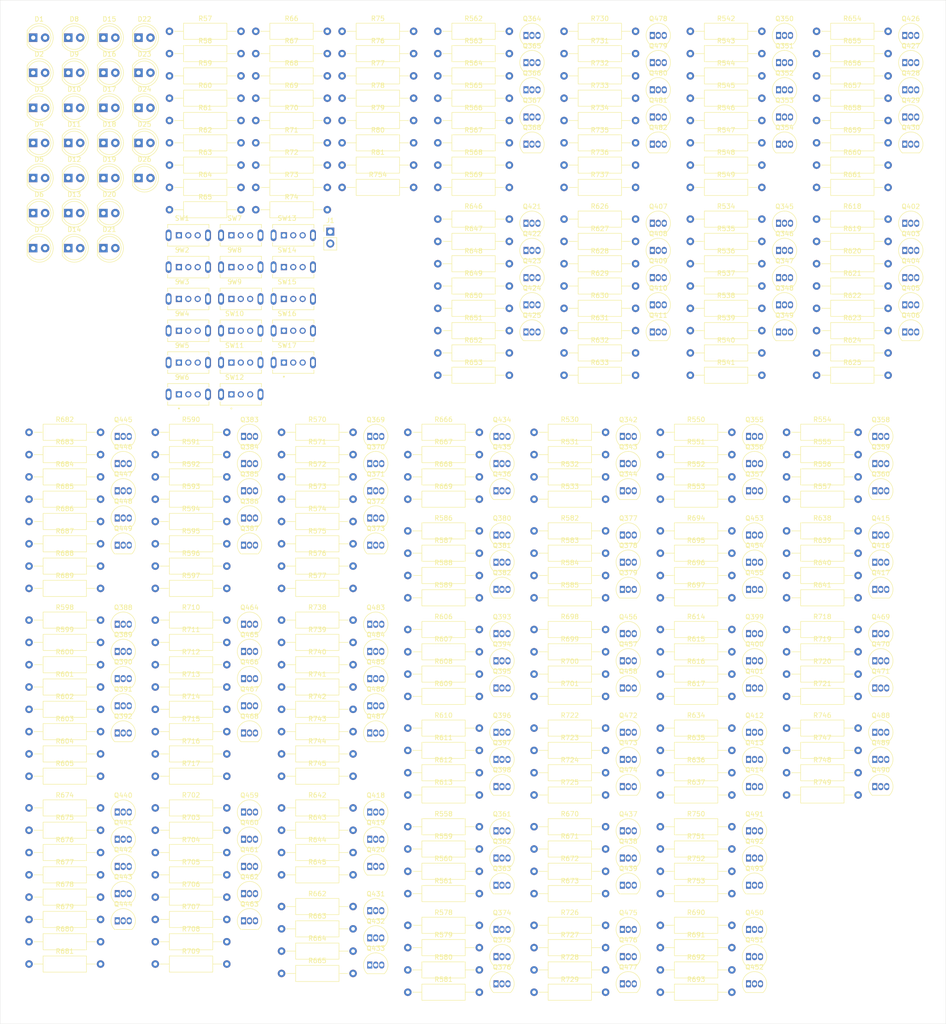
<source format=kicad_pcb>
(kicad_pcb (version 20241229) (generator "pcbnew") (generator_version "9.0")
  (layers (0 "F.Cu" signal) (2 "B.Cu" signal) (13 "F.Paste" user) (15 "B.Paste" user) (5 "F.SilkS" user "F.Silkscreen") (7 "B.SilkS" user "B.Silkscreen") (1 "F.Mask" user) (3 "B.Mask" user) (25 "Edge.Cuts" user))
  (net 0 "")
  (net 1 "Net-(D1-A)")
  (net 2 "0")
  (net 3 "Net-(D2-A)")
  (net 4 "Net-(D3-A)")
  (net 5 "Net-(D4-A)")
  (net 6 "Net-(D5-A)")
  (net 7 "Net-(D6-A)")
  (net 8 "Net-(D7-A)")
  (net 9 "Net-(D8-A)")
  (net 10 "Net-(D9-A)")
  (net 11 "Net-(D10-A)")
  (net 12 "Net-(D11-A)")
  (net 13 "Net-(D12-A)")
  (net 14 "Net-(D13-A)")
  (net 15 "Net-(D14-A)")
  (net 16 "Net-(D15-A)")
  (net 17 "Net-(D16-A)")
  (net 18 "Net-(D17-A)")
  (net 19 "Net-(D18-A)")
  (net 20 "Net-(D19-A)")
  (net 21 "Net-(D20-A)")
  (net 22 "Net-(D21-A)")
  (net 23 "Net-(D22-A)")
  (net 24 "Net-(D23-A)")
  (net 25 "Net-(D24-A)")
  (net 26 "Net-(D25-A)")
  (net 27 "Net-(D26-A)")
  (net 28 "VDD")
  (net 29 "Net-(Q342-B)")
  (net 30 "Net-(Q342-C)")
  (net 31 "Net-(Q343-B)")
  (net 32 "/fa8/fa8/CARRY_OUT")
  (net 33 "Net-(Q345-E)")
  (net 34 "Net-(Q345-B)")
  (net 35 "Net-(Q345-C)")
  (net 36 "Net-(Q346-B)")
  (net 37 "Net-(Q347-B)")
  (net 38 "Net-(Q347-E)")
  (net 39 "Net-(Q348-B)")
  (net 40 "/fa8/fa8/and_gate/IN_B")
  (net 41 "Net-(Q350-B)")
  (net 42 "Net-(Q350-C)")
  (net 43 "Net-(Q350-E)")
  (net 44 "Net-(Q351-B)")
  (net 45 "Net-(Q352-E)")
  (net 46 "Net-(Q352-B)")
  (net 47 "Net-(Q353-B)")
  (net 48 "OUT_SUM6")
  (net 49 "Net-(Q355-C)")
  (net 50 "Net-(Q355-B)")
  (net 51 "Net-(Q355-E)")
  (net 52 "Net-(Q356-B)")
  (net 53 "/fa8/fa8/and_gate1/OUT")
  (net 54 "Net-(Q358-C)")
  (net 55 "Net-(Q358-B)")
  (net 56 "Net-(Q358-E)")
  (net 57 "Net-(Q359-B)")
  (net 58 "/fa8/fa8/and_gate/OUT")
  (net 59 "Net-(Q361-B)")
  (net 60 "Net-(Q361-C)")
  (net 61 "Net-(Q362-B)")
  (net 62 "/fa8/fa7/CARRY_OUT")
  (net 63 "Net-(Q364-C)")
  (net 64 "Net-(Q364-E)")
  (net 65 "Net-(Q364-B)")
  (net 66 "Net-(Q365-B)")
  (net 67 "Net-(Q366-E)")
  (net 68 "Net-(Q366-B)")
  (net 69 "Net-(Q367-B)")
  (net 70 "/fa8/fa7/and_gate/IN_B")
  (net 71 "Net-(Q369-E)")
  (net 72 "Net-(Q369-B)")
  (net 73 "Net-(Q369-C)")
  (net 74 "Net-(Q370-B)")
  (net 75 "Net-(Q371-E)")
  (net 76 "Net-(Q371-B)")
  (net 77 "Net-(Q372-B)")
  (net 78 "OUT_SUM5")
  (net 79 "Net-(Q374-B)")
  (net 80 "Net-(Q374-E)")
  (net 81 "Net-(Q374-C)")
  (net 82 "Net-(Q375-B)")
  (net 83 "/fa8/fa7/and_gate1/OUT")
  (net 84 "Net-(Q377-C)")
  (net 85 "Net-(Q377-E)")
  (net 86 "Net-(Q377-B)")
  (net 87 "Net-(Q378-B)")
  (net 88 "/fa8/fa7/and_gate/OUT")
  (net 89 "Net-(Q380-B)")
  (net 90 "Net-(Q380-C)")
  (net 91 "Net-(Q381-B)")
  (net 92 "OUT_COUT")
  (net 93 "Net-(Q383-E)")
  (net 94 "Net-(Q383-C)")
  (net 95 "Net-(Q383-B)")
  (net 96 "Net-(Q384-B)")
  (net 97 "Net-(Q385-B)")
  (net 98 "Net-(Q385-E)")
  (net 99 "Net-(Q386-B)")
  (net 100 "/fa8/fa9/and_gate/IN_B")
  (net 101 "Net-(Q388-B)")
  (net 102 "Net-(Q388-E)")
  (net 103 "Net-(Q388-C)")
  (net 104 "Net-(Q389-B)")
  (net 105 "Net-(Q390-E)")
  (net 106 "Net-(Q390-B)")
  (net 107 "Net-(Q391-B)")
  (net 108 "OUT_SUM7")
  (net 109 "Net-(Q393-E)")
  (net 110 "Net-(Q393-B)")
  (net 111 "Net-(Q393-C)")
  (net 112 "Net-(Q394-B)")
  (net 113 "/fa8/fa9/and_gate1/OUT")
  (net 114 "Net-(Q396-E)")
  (net 115 "Net-(Q396-B)")
  (net 116 "Net-(Q396-C)")
  (net 117 "Net-(Q397-B)")
  (net 118 "/fa8/fa9/and_gate/OUT")
  (net 119 "Net-(Q399-C)")
  (net 120 "Net-(Q399-B)")
  (net 121 "Net-(Q400-B)")
  (net 122 "/fa8/fa5/CARRY_OUT")
  (net 123 "Net-(Q402-E)")
  (net 124 "Net-(Q402-C)")
  (net 125 "Net-(Q402-B)")
  (net 126 "Net-(Q403-B)")
  (net 127 "Net-(Q404-B)")
  (net 128 "Net-(Q404-E)")
  (net 129 "Net-(Q405-B)")
  (net 130 "/fa8/fa5/and_gate/IN_B")
  (net 131 "Net-(Q407-E)")
  (net 132 "Net-(Q407-C)")
  (net 133 "Net-(Q407-B)")
  (net 134 "Net-(Q408-B)")
  (net 135 "Net-(Q409-E)")
  (net 136 "Net-(Q409-B)")
  (net 137 "Net-(Q410-B)")
  (net 138 "OUT_SUM4")
  (net 139 "Net-(Q412-E)")
  (net 140 "Net-(Q412-C)")
  (net 141 "Net-(Q412-B)")
  (net 142 "Net-(Q413-B)")
  (net 143 "/fa8/fa5/and_gate1/OUT")
  (net 144 "Net-(Q415-C)")
  (net 145 "Net-(Q415-E)")
  (net 146 "Net-(Q415-B)")
  (net 147 "Net-(Q416-B)")
  (net 148 "/fa8/fa5/and_gate/OUT")
  (net 149 "Net-(Q418-C)")
  (net 150 "Net-(Q418-B)")
  (net 151 "Net-(Q419-B)")
  (net 152 "/fa8/fa4/CARRY_OUT")
  (net 153 "Net-(Q421-B)")
  (net 154 "Net-(Q421-E)")
  (net 155 "Net-(Q421-C)")
  (net 156 "Net-(Q422-B)")
  (net 157 "Net-(Q423-B)")
  (net 158 "Net-(Q423-E)")
  (net 159 "Net-(Q424-B)")
  (net 160 "/fa8/fa4/and_gate/IN_B")
  (net 161 "Net-(Q426-B)")
  (net 162 "Net-(Q426-E)")
  (net 163 "Net-(Q426-C)")
  (net 164 "Net-(Q427-B)")
  (net 165 "Net-(Q428-B)")
  (net 166 "Net-(Q428-E)")
  (net 167 "Net-(Q429-B)")
  (net 168 "OUT_SUM3")
  (net 169 "Net-(Q431-B)")
  (net 170 "Net-(Q431-E)")
  (net 171 "Net-(Q431-C)")
  (net 172 "Net-(Q432-B)")
  (net 173 "/fa8/fa4/and_gate1/OUT")
  (net 174 "Net-(Q434-E)")
  (net 175 "Net-(Q434-C)")
  (net 176 "Net-(Q434-B)")
  (net 177 "Net-(Q435-B)")
  (net 178 "/fa8/fa4/and_gate/OUT")
  (net 179 "Net-(Q437-C)")
  (net 180 "Net-(Q437-B)")
  (net 181 "Net-(Q438-B)")
  (net 182 "/fa8/fa3/CARRY_OUT")
  (net 183 "Net-(Q440-C)")
  (net 184 "Net-(Q440-E)")
  (net 185 "Net-(Q440-B)")
  (net 186 "Net-(Q441-B)")
  (net 187 "Net-(Q442-B)")
  (net 188 "Net-(Q442-E)")
  (net 189 "Net-(Q443-B)")
  (net 190 "/fa8/fa3/and_gate/IN_B")
  (net 191 "Net-(Q445-C)")
  (net 192 "Net-(Q445-E)")
  (net 193 "Net-(Q445-B)")
  (net 194 "Net-(Q446-B)")
  (net 195 "Net-(Q447-B)")
  (net 196 "Net-(Q447-E)")
  (net 197 "Net-(Q448-B)")
  (net 198 "OUT_SUM2")
  (net 199 "Net-(Q450-B)")
  (net 200 "Net-(Q450-C)")
  (net 201 "Net-(Q450-E)")
  (net 202 "Net-(Q451-B)")
  (net 203 "/fa8/fa3/and_gate1/OUT")
  (net 204 "Net-(Q453-C)")
  (net 205 "Net-(Q453-B)")
  (net 206 "Net-(Q453-E)")
  (net 207 "Net-(Q454-B)")
  (net 208 "/fa8/fa3/and_gate/OUT")
  (net 209 "Net-(Q456-B)")
  (net 210 "Net-(Q456-C)")
  (net 211 "Net-(Q457-B)")
  (net 212 "/fa8/fa1/CARRY_OUT")
  (net 213 "Net-(Q459-B)")
  (net 214 "Net-(Q459-E)")
  (net 215 "Net-(Q459-C)")
  (net 216 "Net-(Q460-B)")
  (net 217 "Net-(Q461-E)")
  (net 218 "Net-(Q461-B)")
  (net 219 "Net-(Q462-B)")
  (net 220 "/fa8/fa1/and_gate/IN_B")
  (net 221 "Net-(Q464-C)")
  (net 222 "Net-(Q464-E)")
  (net 223 "Net-(Q464-B)")
  (net 224 "Net-(Q465-B)")
  (net 225 "Net-(Q466-B)")
  (net 226 "Net-(Q466-E)")
  (net 227 "Net-(Q467-B)")
  (net 228 "OUT_SUM0")
  (net 229 "Net-(Q469-B)")
  (net 230 "Net-(Q469-E)")
  (net 231 "Net-(Q469-C)")
  (net 232 "Net-(Q470-B)")
  (net 233 "/fa8/fa1/and_gate1/OUT")
  (net 234 "Net-(Q472-E)")
  (net 235 "Net-(Q472-C)")
  (net 236 "Net-(Q472-B)")
  (net 237 "Net-(Q473-B)")
  (net 238 "/fa8/fa1/and_gate/OUT")
  (net 239 "Net-(Q475-C)")
  (net 240 "Net-(Q475-B)")
  (net 241 "Net-(Q476-B)")
  (net 242 "/fa8/fa2/CARRY_OUT")
  (net 243 "Net-(Q478-E)")
  (net 244 "Net-(Q478-C)")
  (net 245 "Net-(Q478-B)")
  (net 246 "Net-(Q479-B)")
  (net 247 "Net-(Q480-E)")
  (net 248 "Net-(Q480-B)")
  (net 249 "Net-(Q481-B)")
  (net 250 "/fa8/fa2/and_gate/IN_B")
  (net 251 "Net-(Q483-C)")
  (net 252 "Net-(Q483-E)")
  (net 253 "Net-(Q483-B)")
  (net 254 "Net-(Q484-B)")
  (net 255 "Net-(Q485-E)")
  (net 256 "Net-(Q485-B)")
  (net 257 "Net-(Q486-B)")
  (net 258 "OUT_SUM1")
  (net 259 "Net-(Q488-C)")
  (net 260 "Net-(Q488-B)")
  (net 261 "Net-(Q488-E)")
  (net 262 "Net-(Q489-B)")
  (net 263 "/fa8/fa2/and_gate1/OUT")
  (net 264 "Net-(Q491-C)")
  (net 265 "Net-(Q491-E)")
  (net 266 "Net-(Q491-B)")
  (net 267 "Net-(Q492-B)")
  (net 268 "/fa8/fa2/and_gate/OUT")
  (net 269 "IN_A1")
  (net 270 "IN_A2")
  (net 271 "IN_A3")
  (net 272 "IN_A4")
  (net 273 "IN_A5")
  (net 274 "IN_A6")
  (net 275 "IN_A7")
  (net 276 "IN_A0")
  (net 277 "IN_B1")
  (net 278 "IN_B2")
  (net 279 "IN_B3")
  (net 280 "IN_B4")
  (net 281 "IN_B5")
  (net 282 "IN_B6")
  (net 283 "IN_B7")
  (net 284 "IN_B0")
  (net 285 "CIN")
  (footprint "Resistor_THT:R_Axial_DIN0309_L9.0mm_D3.2mm_P15.24mm_Horizontal" (layer "F.Cu") (at 125.06 158.29)
    (property "Reference" "R597")
    (property "Value" "47k")
  )
  (footprint "Resistor_THT:R_Axial_DIN0309_L9.0mm_D3.2mm_P15.24mm_Horizontal" (layer "F.Cu") (at 128.08 53.89)
    (property "Reference" "R60")
    (property "Value" "47k")
  )
  (footprint "Resistor_THT:R_Axial_DIN0309_L9.0mm_D3.2mm_P15.24mm_Horizontal" (layer "F.Cu") (at 178.86 176.54)
    (property "Reference" "R608")
    (property "Value" "220k")
  )
  (footprint "Package_TO_SOT_THT:TO-92_Inline" (layer "F.Cu") (at 197.66 230.92)
    (property "Reference" "Q374")
    (property "Value" "2N3904")
  )
  (footprint "Package_TO_SOT_THT:TO-92_Inline" (layer "F.Cu") (at 143.86 131.71)
    (property "Reference" "Q384")
    (property "Value" "2N3904")
  )
  (footprint "LED_THT:LED_D5.0mm" (layer "F.Cu") (at 114.01 70.88)
    (property "Reference" "D19")
    (property "Value" "LED")
  )
  (footprint "Resistor_THT:R_Axial_DIN0309_L9.0mm_D3.2mm_P15.24mm_Horizontal" (layer "F.Cu") (at 178.86 218.54)
    (property "Reference" "R560")
    (property "Value" "220k")
  )
  (footprint "Package_TO_SOT_THT:TO-92_Inline" (layer "F.Cu") (at 284.75 103.68)
    (property "Reference" "Q406")
    (property "Value" "2N3904")
  )
  (footprint "Package_TO_SOT_THT:TO-92_Inline" (layer "F.Cu") (at 204.05 52.1)
    (property "Reference" "Q366")
    (property "Value" "2N3904")
  )
  (footprint "Resistor_THT:R_Axial_DIN0309_L9.0mm_D3.2mm_P15.24mm_Horizontal" (layer "F.Cu") (at 259.56 160.29)
    (property "Reference" "R641")
    (property "Value" "47k")
  )
  (footprint "Resistor_THT:R_Axial_DIN0309_L9.0mm_D3.2mm_P15.24mm_Horizontal" (layer "F.Cu") (at 212.15 84.39)
    (property "Reference" "R627")
    (property "Value" "220k")
  )
  (footprint "Resistor_THT:R_Axial_DIN0309_L9.0mm_D3.2mm_P15.24mm_Horizontal" (layer "F.Cu") (at 178.86 230.04)
    (property "Reference" "R578")
    (property "Value" "220k")
  )
  (footprint "Package_TO_SOT_THT:TO-92_Inline" (layer "F.Cu") (at 251.46 221.5)
    (property "Reference" "Q493")
    (property "Value" "2N3904")
  )
  (footprint "Package_TO_SOT_THT:TO-92_Inline" (layer "F.Cu") (at 170.76 226.92)
    (property "Reference" "Q431")
    (property "Value" "2N3904")
  )
  (footprint "Package_TO_SOT_THT:TO-92_Inline" (layer "F.Cu") (at 224.56 236.71)
    (property "Reference" "Q476")
    (property "Value" "2N3904")
  )
  (footprint "Resistor_THT:R_Axial_DIN0309_L9.0mm_D3.2mm_P15.24mm_Horizontal" (layer "F.Cu") (at 212.15 49.14)
    (property "Reference" "R732")
    (property "Value" "220k")
  )
  (footprint "Resistor_THT:R_Axial_DIN0309_L9.0mm_D3.2mm_P15.24mm_Horizontal" (layer "F.Cu") (at 128.08 72.89)
    (property "Reference" "R64")
    (property "Value" "47k")
  )
  (footprint "Package_TO_SOT_THT:TO-92_Inline" (layer "F.Cu") (at 197.66 194.71)
    (property "Reference" "Q397")
    (property "Value" "2N3904")
  )
  (footprint "Package_TO_SOT_THT:TO-92_Inline" (layer "F.Cu") (at 116.96 137.5)
    (property "Reference" "Q447")
    (property "Value" "2N3904")
  )
  (footprint "Resistor_THT:R_Axial_DIN0309_L9.0mm_D3.2mm_P15.24mm_Horizontal" (layer "F.Cu") (at 205.76 188.04)
    (property "Reference" "R722")
    (property "Value" "220k")
  )
  (footprint "Resistor_THT:R_Axial_DIN0309_L9.0mm_D3.2mm_P15.24mm_Horizontal" (layer "F.Cu") (at 125.06 129.79)
    (property "Reference" "R591")
    (property "Value" "220k")
  )
  (footprint "Resistor_THT:R_Axial_DIN0309_L9.0mm_D3.2mm_P15.24mm_Horizontal" (layer "F.Cu") (at 178.86 171.79)
    (property "Reference" "R607")
    (property "Value" "220k")
  )
  (footprint "Package_TO_SOT_THT:TO-92_Inline" (layer "F.Cu") (at 257.85 97.89)
    (property "Reference" "Q348")
    (property "Value" "2N3904")
  )
  (footprint "Resistor_THT:R_Axial_DIN0309_L9.0mm_D3.2mm_P15.24mm_Horizontal" (layer "F.Cu") (at 128.08 58.64)
    (property "Reference" "R61")
    (property "Value" "47k")
  )
  (footprint "LED_THT:LED_D5.0mm" (layer "F.Cu") (at 114.01 55.94)
    (property "Reference" "D17")
    (property "Value" "LED")
  )
  (footprint "Package_TO_SOT_THT:TO-92_Inline" (layer "F.Cu") (at 116.96 171.71)
    (property "Reference" "Q389")
    (property "Value" "2N3904")
  )
  (footprint "Resistor_THT:R_Axial_DIN0309_L9.0mm_D3.2mm_P15.24mm_Horizontal" (layer "F.Cu") (at 259.56 181.29)
    (property "Reference" "R721")
    (property "Value" "47k")
  )
  (footprint "LED_THT:LED_D5.0mm" (layer "F.Cu") (at 99.05 85.82)
    (property "Reference" "D7")
    (property "Value" "LED")
  )
  (footprint "Package_TO_SOT_THT:TO-92_Inline" (layer "F.Cu") (at 278.36 158.5)
    (property "Reference" "Q417")
    (property "Value" "2N3904")
  )
  (footprint "Resistor_THT:R_Axial_DIN0309_L9.0mm_D3.2mm_P15.24mm_Horizontal" (layer "F.Cu") (at 232.66 239.54)
    (property "Reference" "R692")
    (property "Value" "220k")
  )
  (footprint "Resistor_THT:R_Axial_DIN0309_L9.0mm_D3.2mm_P15.24mm_Horizontal" (layer "F.Cu") (at 151.96 205.04)
    (property "Reference" "R642")
    (property "Value" "220k")
  )
  (footprint "Resistor_THT:R_Axial_DIN0309_L9.0mm_D3.2mm_P15.24mm_Horizontal" (layer "F.Cu") (at 185.25 49.14)
    (property "Reference" "R564")
    (property "Value" "220k")
  )
  (footprint "Resistor_THT:R_Axial_DIN0309_L9.0mm_D3.2mm_P15.24mm_Horizontal" (layer "F.Cu") (at 212.15 68.14)
    (property "Reference" "R736")
    (property "Value" "220k")
  )
  (footprint "Package_TO_SOT_THT:TO-92_Inline" (layer "F.Cu") (at 170.76 137.5)
    (property "Reference" "Q371")
    (property "Value" "2N3904")
  )
  (footprint "Package_TO_SOT_THT:TO-92_Inline" (layer "F.Cu") (at 251.46 194.71)
    (property "Reference" "Q413")
    (property "Value" "2N3904")
  )
  (footprint "Package_TO_SOT_THT:TO-92_Inline" (layer "F.Cu") (at 230.95 57.89)
    (property "Reference" "Q481")
    (property "Value" "2N3904")
  )
  (footprint "Resistor_THT:R_Axial_DIN0309_L9.0mm_D3.2mm_P15.24mm_Horizontal" (layer "F.Cu") (at 205.76 129.79)
    (property "Reference" "R531")
    (property "Value" "220k")
  )
  (footprint "Resistor_THT:R_Axial_DIN0309_L9.0mm_D3.2mm_P15.24mm_Horizontal" (layer "F.Cu") (at 232.66 202.29)
    (property "Reference" "R637")
    (property "Value" "47k")
  )
  (footprint "Resistor_THT:R_Axial_DIN0309_L9.0mm_D3.2mm_P15.24mm_Horizontal" (layer "F.Cu") (at 146.47 77.64)
    (property "Reference" "R74")
    (property "Value" "47k")
  )
  (footprint "Package_TO_SOT_THT:TO-92_Inline" (layer "F.Cu") (at 278.36 200.5)
    (property "Reference" "Q490")
    (property "Value" "2N3904")
  )
  (footprint "Package_TO_SOT_THT:TO-92_Inline" (layer "F.Cu") (at 116.96 131.71)
    (property "Reference" "Q446")
    (property "Value" "2N3904")
  )
  (footprint "MyLibrary:SW_SS12D07VG4" (layer "F.Cu") (at 143.275 96.64)
    (property "Reference" "SW9")
    (property "Value" "SW_SPDT")
  )
  (footprint "Resistor_THT:R_Axial_DIN0309_L9.0mm_D3.2mm_P15.24mm_Horizontal" (layer "F.Cu") (at 205.76 125.04)
    (property "Reference" "R530")
    (property "Value" "220k")
  )
  (footprint "Package_TO_SOT_THT:TO-92_Inline" (layer "F.Cu") (at 230.95 40.52)
    (property "Reference" "Q478")
    (property "Value" "2N3904")
  )
  (footprint "Resistor_THT:R_Axial_DIN0309_L9.0mm_D3.2mm_P15.24mm_Horizontal" (layer "F.Cu") (at 98.16 165.04)
    (property "Reference" "R598")
    (property "Value" "220k")
  )
  (footprint "LED_THT:LED_D5.0mm" (layer "F.Cu") (at 99.05 41)
    (property "Reference" "D1")
    (property "Value" "LED")
  )
  (footprint "Resistor_THT:R_Axial_DIN0309_L9.0mm_D3.2mm_P15.24mm_Horizontal" (layer "F.Cu") (at 265.95 112.89)
    (property "Reference" "R625")
    (property "Value" "47k")
  )
  (footprint "MyLibrary:SW_SS12D07VG4" (layer "F.Cu") (at 132.095 110.19)
    (property "Reference" "SW5")
    (property "Value" "SW_SPDT")
  )
  (footprint "Resistor_THT:R_Axial_DIN0309_L9.0mm_D3.2mm_P15.24mm_Horizontal" (layer "F.Cu") (at 265.95 93.89)
    (property "Reference" "R621")
    (property "Value" "220k")
  )
  (footprint "Package_TO_SOT_THT:TO-92_Inline" (layer "F.Cu") (at 170.76 125.92)
    (property "Reference" "Q369")
    (property "Value" "2N3904")
  )
  (footprint "Package_TO_SOT_THT:TO-92_Inline" (layer "F.Cu") (at 251.46 158.5)
    (property "Reference" "Q455")
    (property "Value" "2N3904")
  )
  (footprint "Resistor_THT:R_Axial_DIN0309_L9.0mm_D3.2mm_P15.24mm_Horizontal" (layer "F.Cu") (at 178.86 134.54)
    (property "Reference" "R668")
    (property "Value" "220k")
  )
  (footprint "Package_TO_SOT_THT:TO-92_Inline" (layer "F.Cu") (at 116.96 189.08)
    (property "Reference" "Q392")
    (property "Value" "2N3904")
  )
  (footprint "Package_TO_SOT_THT:TO-92_Inline" (layer "F.Cu") (at 224.56 215.71)
    (property "Reference" "Q438")
    (property "Value" "2N3904")
  )
  (footprint "Resistor_THT:R_Axial_DIN0309_L9.0mm_D3.2mm_P15.24mm_Horizontal" (layer "F.Cu") (at 205.76 146.04)
    (property "Reference" "R582")
    (property "Value" "220k")
  )
  (footprint "Package_TO_SOT_THT:TO-92_Inline" (layer "F.Cu") (at 224.56 146.92)
    (property "Reference" "Q377")
    (property "Value" "2N3904")
  )
  (footprint "Resistor_THT:R_Axial_DIN0309_L9.0mm_D3.2mm_P15.24mm_Horizontal" (layer "F.Cu") (at 125.06 209.79)
    (property "Reference" "R703")
    (property "Value" "220k")
  )
  (footprint "Resistor_THT:R_Axial_DIN0309_L9.0mm_D3.2mm_P15.24mm_Horizontal" (layer "F.Cu") (at 232.66 134.54)
    (property "Reference" "R552")
    (property "Value" "220k")
  )
  (footprint "Package_TO_SOT_THT:TO-92_Inline" (layer "F.Cu") (at 197.66 125.92)
    (property "Reference" "Q434")
    (property "Value" "2N3904")
  )
  (footprint "Package_TO_SOT_THT:TO-92_Inline" (layer "F.Cu") (at 204.05 63.68)
    (property "Reference" "Q368")
    (property "Value" "2N3904")
  )
  (footprint "Resistor_THT:R_Axial_DIN0309_L9.0mm_D3.2mm_P15.24mm_Horizontal" (layer "F.Cu") (at 185.25 84.39)
    (property "Reference" "R647")
    (property "Value" "220k")
  )
  (footprint "Resistor_THT:R_Axial_DIN0309_L9.0mm_D3.2mm_P15.24mm_Horizontal" (layer "F.Cu") (at 232.66 218.54)
    (property "Reference" "R752")
    (property "Value" "220k")
  )
  (footprint "Package_TO_SOT_THT:TO-92_Inline" (layer "F.Cu") (at 143.86 171.71)
    (property "Reference" "Q465")
    (property "Value" "2N3904")
  )
  (footprint "Resistor_THT:R_Axial_DIN0309_L9.0mm_D3.2mm_P15.24mm_Horizontal" (layer "F.Cu") (at 125.06 125.04)
    (property "Reference" "R590")
    (property "Value" "220k")
  )
  (footprint "Package_TO_SOT_THT:TO-92_Inline" (layer "F.Cu") (at 284.75 46.31)
    (property "Reference" "Q427")
    (property "Value" "2N3904")
  )
  (footprint "Package_TO_SOT_THT:TO-92_Inline" (layer "F.Cu") (at 116.96 211.71)
    (property "Reference" "Q441")
    (property "Value" "2N3904")
  )
  (footprint "LED_THT:LED_D5.0mm" (layer "F.Cu") (at 121.49 41)
    (property "Reference" "D22")
    (property "Value" "LED")
  )
  (footprint "Package_TO_SOT_THT:TO-92_Inline" (layer "F.Cu") (at 284.75 57.89)
    (property "Reference" "Q429")
    (property "Value" "2N3904")
  )
  (footprint "Resistor_THT:R_Axial_DIN0309_L9.0mm_D3.2mm_P15.24mm_Horizontal" (layer "F.Cu") (at 151.96 193.54)
    (property "Reference" "R744")
    (property "Value" "220k")
  )
  (footprint "Package_TO_SOT_THT:TO-92_Inline" (layer "F.Cu") (at 143.86 189.08)
    (property "Reference" "Q468")
    (property "Value" "2N3904")
  )
  (footprint "Resistor_THT:R_Axial_DIN0309_L9.0mm_D3.2mm_P15.24mm_Horizontal" (layer "F.Cu") (at 212.15 72.89)
    (property "Reference" "R737")
    (property "Value" "47k")
  )
  (footprint "Package_TO_SOT_THT:TO-92_Inline" (layer "F.Cu") (at 224.56 125.92)
    (property "Reference" "Q342")
    (property "Value" "2N3904")
  )
  (footprint "Resistor_THT:R_Axial_DIN0309_L9.0mm_D3.2mm_P15.24mm_Horizontal" (layer "F.Cu") (at 185.25 79.64)
    (property "Reference" "R646")
    (property "Value" "220k")
  )
  (footprint "Resistor_THT:R_Axial_DIN0309_L9.0mm_D3.2mm_P15.24mm_Horizontal" (layer "F.Cu") (at 232.66 197.54)
    (property "Reference" "R636")
    (property "Value" "220k")
  )
  (footprint "LED_THT:LED_D5.0mm" (layer "F.Cu") (at 114.01 48.47)
    (property "Reference" "D16")
    (property "Value" "LED")
  )
  (footprint "Resistor_THT:R_Axial_DIN0309_L9.0mm_D3.2mm_P15.24mm_Horizontal" (layer "F.Cu") (at 125.06 233.54)
    (property "Reference" "R708")
    (property "Value" "220k")
  )
  (footprint "Package_TO_SOT_THT:TO-92_Inline" (layer "F.Cu") (at 224.56 230.92)
    (property "Reference" "Q475")
    (property "Value" "2N3904")
  )
  (footprint "Resistor_THT:R_Axial_DIN0309_L9.0mm_D3.2mm_P15.24mm_Horizontal" (layer "F.Cu") (at 265.95 68.14)
    (property "Reference" "R660")
    (property "Value" "220k")
  )
  (footprint "Resistor_THT:R_Axial_DIN0309_L9.0mm_D3.2mm_P15.24mm_Horizontal" (layer "F.Cu") (at 205.76 155.54)
    (property "Reference" "R584")
    (property "Value" "220k")
  )
  (footprint "Resistor_THT:R_Axial_DIN0309_L9.0mm_D3.2mm_P15.24mm_Horizontal" (layer "F.Cu") (at 232.66 150.79)
    (property "Reference" "R695")
    (property "Value" "220k")
  )
  (footprint "Resistor_THT:R_Axial_DIN0309_L9.0mm_D3.2mm_P15.24mm_Horizontal" (layer "F.Cu") (at 205.76 218.54)
    (property "Reference" "R672")
    (property "Value" "220k")
  )
  (footprint "Resistor_THT:R_Axial_DIN0309_L9.0mm_D3.2mm_P15.24mm_Horizontal" (layer "F.Cu") (at 98.16 198.29)
    (property "Reference" "R605")
    (property "Value" "47k")
  )
  (footprint "Package_TO_SOT_THT:TO-92_Inline" (layer "F.Cu") (at 251.46 230.92)
    (property "Reference" "Q450")
    (property "Value" "2N3904")
  )
  (footprint "Resistor_THT:R_Axial_DIN0309_L9.0mm_D3.2mm_P15.24mm_Horizontal" (layer "F.Cu") (at 151.96 240.29)
    (property "Reference" "R665")
    (property "Value" "47k")
  )
  (footprint "Package_TO_SOT_THT:TO-92_Inline" (layer "F.Cu") (at 197.66 152.71)
    (property "Reference" "Q381")
    (property "Value" "2N3904")
  )
  (footprint "Resistor_THT:R_Axial_DIN0309_L9.0mm_D3.2mm_P15.24mm_Horizontal" (layer "F.Cu") (at 178.86 167.04)
    (property "Reference" "R606")
    (property "Value" "220k")
  )
  (footprint "Package_TO_SOT_THT:TO-92_Inline" (layer "F.Cu") (at 197.66 209.92)
    (property "Reference" "Q361")
    (property "Value" "2N3904")
  )
  (footprint "Package_TO_SOT_THT:TO-92_Inline" (layer "F.Cu") (at 170.76 238.5)
    (property "Reference" "Q433")
    (property "Value" "2N3904")
  )
  (footprint "MyLibrary:SW_SS12D07VG4" (layer "F.Cu") (at 143.275 89.865)
    (property "Reference" "SW8")
    (property "Value" "SW_SPDT")
  )
  (footprint "Resistor_THT:R_Axial_DIN0309_L9.0mm_D3.2mm_P15.24mm_Horizontal" (layer "F.Cu") (at 265.95 84.39)
    (property "Reference" "R619")
    (property "Value" "220k")
  )
  (footprint "Package_TO_SOT_THT:TO-92_Inline" (layer "F.Cu") (at 197.66 215.71)
    (property "Reference" "Q362")
    (property "Value" "2N3904")
  )
  (footprint "Resistor_THT:R_Axial_DIN0309_L9.0mm_D3.2mm_P15.24mm_Horizontal" (layer "F.Cu") (at 265.95 58.64)
    (property "Reference" "R658")
    (property "Value" "220k")
  )
  (footprint "Package_TO_SOT_THT:TO-92_Inline" (layer "F.Cu") (at 224.56 221.5)
    (property "Reference" "Q439")
    (property "Value" "2N3904")
  )
  (footprint "Resistor_THT:R_Axial_DIN0309_L9.0mm_D3.2mm_P15.24mm_Horizontal" (layer "F.Cu") (at 205.76 197.54)
    (property "Reference" "R724")
    (property "Value" "220k")
  )
  (footprint "Resistor_THT:R_Axial_DIN0309_L9.0mm_D3.2mm_P15.24mm_Horizontal" (layer "F.Cu") (at 239.05 72.89)
    (property "Reference" "R549")
    (property "Value" "47k")
  )
  (footprint "Resistor_THT:R_Axial_DIN0309_L9.0mm_D3.2mm_P15.24mm_Horizontal" (layer "F.Cu") (at 205.76 192.79)
    (property "Reference" "R723")
    (property "Value" "220k")
  )
  (footprint "Package_TO_SOT_THT:TO-92_Inline" (layer "F.Cu") (at 224.56 194.71)
    (property "Reference" "Q473")
    (property "Value" "2N3904")
  )
  (footprint "Resistor_THT:R_Axial_DIN0309_L9.0mm_D3.2mm_P15.24mm_Horizontal" (layer "F.Cu") (at 128.08 49.14)
    (property "Reference" "R59")
    (property "Value" "47k")
  )
  (footprint "Resistor_THT:R_Axial_DIN0309_L9.0mm_D3.2mm_P15.24mm_Horizontal" (layer "F.Cu") (at 265.95 89.14)
    (property "Reference" "R620")
    (property "Value" "220k")
  )
  (footprint "Resistor_THT:R_Axial_DIN0309_L9.0mm_D3.2mm_P15.24mm_Horizontal" (layer "F.Cu") (at 151.96 129.79)
    (property "Reference" "R571")
    (property "Value" "220k")
  )
  (footprint "Resistor_THT:R_Axial_DIN0309_L9.0mm_D3.2mm_P15.24mm_Horizontal" (layer "F.Cu") (at 232.66 234.79)
    (property "Reference" "R691")
    (property "Value" "220k")
  )
  (footprint "Resistor_THT:R_Axial_DIN0309_L9.0mm_D3.2mm_P15.24mm_Horizontal" (layer "F.Cu") (at 151.96 158.29)
    (property "Reference" "R577")
    (property "Value" "47k")
  )
  (footprint "Resistor_THT:R_Axial_DIN0309_L9.0mm_D3.2mm_P15.24mm_Horizontal" (layer "F.Cu") (at 178.86 239.54)
    (property "Reference" "R580")
    (property "Value" "220k")
  )
  (footprint "Resistor_THT:R_Axial_DIN0309_L9.0mm_D3.2mm_P15.24mm_Horizontal" (layer "F.Cu") (at 185.25 98.64)
    (property "Reference" "R650")
    (property "Value" "220k")
  )
  (footprint "Resistor_THT:R_Axial_DIN0309_L9.0mm_D3.2mm_P15.24mm_Horizontal" (layer "F.Cu") (at 146.47 58.64)
    (property "Reference" "R70")
    (property "Value" "47k")
  )
  (footprint "Package_TO_SOT_THT:TO-92_Inline" (layer "F.Cu") (at 278.36 146.92)
    (property "Reference" "Q415")
    (property "Value" "2N3904")
  )
  (footprint "Package_TO_SOT_THT:TO-92_Inline" (layer "F.Cu") (at 143.86 137.5)
    (property "Reference" "Q385")
    (property "Value" "2N3904")
  )
  (footprint "Resistor_THT:R_Axial_DIN0309_L9.0mm_D3.2mm_P15.24mm_Horizontal" (layer "F.Cu") (at 185.25 39.64)
    (property "Reference" "R562")
    (property "Value" "220k")
  )
  (footprint "Package_TO_SOT_THT:TO-92_Inline" (layer "F.Cu") (at 284.75 92.1)
    (property "Reference" "Q404")
    (property "Value" "2N3904")
  )
  (footprint "Resistor_THT:R_Axial_DIN0309_L9.0mm_D3.2mm_P15.24mm_Horizontal" (layer "F.Cu") (at 265.95 98.64)
    (property "Reference" "R622")
    (property "Value" "220k")
  )
  (footprint "Resistor_THT:R_Axial_DIN0309_L9.0mm_D3.2mm_P15.24mm_Horizontal" (layer "F.Cu") (at 125.06 169.79)
    (property "Reference" "R711")
    (property "Value" "220k")
  )
  (footprint "LED_THT:LED_D5.0mm" (layer "F.Cu") (at 106.53 48.47)
    (property "Reference" "D9")
    (property "Value" "LED")
  )
  (footprint "Resistor_THT:R_Axial_DIN0309_L9.0mm_D3.2mm_P15.24mm_Horizontal" (layer "F.Cu") (at 98.16 139.29)
    (property "Reference" "R685")
    (property "Value" "220k")
  )
  (footprint "MyLibrary:SW_SS12D07VG4" (layer "F.Cu") (at 143.275 110.19)
    (property "Reference" "SW11")
    (property "Value" "SW_SPDT")
  )
  (footprint "Resistor_THT:R_Axial_DIN0309_L9.0mm_D3.2mm_P15.24mm_Horizontal" (layer "F.Cu") (at 98.16 158.29)
    (property "Reference" "R689")
    (property "Value" "47k")
  )
  (footprint "Package_TO_SOT_THT:TO-92_Inline" (layer "F.Cu") (at 204.05 57.89)
    (property "Reference" "Q367")
    (property "Value" "2N3904")
  )
  (footprint "Resistor_THT:R_Axial_DIN0309_L9.0mm_D3.2mm_P15.24mm_Horizontal" (layer "F.Cu") (at 259.56 129.79)
    (property "Reference" "R555")
    (property "Value" "220k")
  )
  (footprint "Package_TO_SOT_THT:TO-92_Inline" (layer "F.Cu") (at 116.96 149.08)
    (property "Reference" "Q449")
    (property "Value" "2N3904")
  )
  (footprint "Package_TO_SOT_THT:TO-92_Inline" (layer "F.Cu") (at 224.56 173.71)
    (property "Reference" "Q457")
    (property "Value" "2N3904")
  )
  (footprint "Resistor_THT:R_Axial_DIN0309_L9.0mm_D3.2mm_P15.24mm_Horizontal" (layer "F.Cu") (at 239.05 98.64)
    (property "Reference" "R538")
    (property "Value" "220k")
  )
  (footprint "Resistor_THT:R_Axial_DIN0309_L9.0mm_D3.2mm_P15.24mm_Horizontal" (layer "F.Cu") (at 212.15 112.89)
    (property "Reference" "R633")
    (property "Value" "47k")
  )
  (footprint "Resistor_THT:R_Axial_DIN0309_L9.0mm_D3.2mm_P15.24mm_Horizontal" (layer "F.Cu") (at 98.16 144.04)
    (property "Reference" "R686")
    (property "Value" "220k")
  )
  (footprint "Package_TO_SOT_THT:TO-92_Inline" (layer "F.Cu") (at 224.56 167.92)
    (property "Reference" "Q456")
    (property "Value" "2N3904")
  )
  (footprint "Resistor_THT:R_Axial_DIN0309_L9.0mm_D3.2mm_P15.24mm_Horizontal" (layer "F.Cu") (at 98.16 214.54)
    (property "Reference" "R676")
    (property "Value" "220k")
  )
  (footprint "Resistor_THT:R_Axial_DIN0309_L9.0mm_D3.2mm_P15.24mm_Horizontal" (layer "F.Cu") (at 178.86 202.29)
    (property "Reference" "R613")
    (property "Value" "47k")
  )
  (footprint "Resistor_THT:R_Axial_DIN0309_L9.0mm_D3.2mm_P15.24mm_Horizontal" (layer "F.Cu") (at 146.47 68.14)
    (property "Reference" "R72")
    (property "Value" "47k")
  )
  (footprint "Resistor_THT:R_Axial_DIN0309_L9.0mm_D3.2mm_P15.24mm_Horizontal" (layer "F.Cu") (at 178.86 150.79)
    (property "Reference" "R587")
    (property "Value" "220k")
  )
  (footprint "Resistor_THT:R_Axial_DIN0309_L9.0mm_D3.2mm_P15.24mm_Horizontal" (layer "F.Cu") (at 239.05 108.14)
    (property "Reference" "R540")
    (property "Value" "220k")
  )
  (footprint "Package_TO_SOT_THT:TO-92_Inline" (layer "F.Cu") (at 170.76 217.5)
    (property "Reference" "Q420")
    (property "Value" "2N3904")
  )
  (footprint "LED_THT:LED_D5.0mm" (layer "F.Cu") (at 121.49 70.88)
    (property "Reference" "D26")
    (property "Value" "LED")
  )
  (footprint "Resistor_THT:R_Axial_DIN0309_L9.0mm_D3.2mm_P15.24mm_Horizontal" (layer "F.Cu") (at 151.96 179.29)
    (property "Reference" "R741")
    (property "Value" "220k")
  )
  (footprint "Resistor_THT:R_Axial_DIN0309_L9.0mm_D3.2mm_P15.24mm_Horizontal" (layer "F.Cu") (at 125.06 153.54)
    (property "Reference" "R596")
    (property "Value" "220k")
  )
  (footprint "Package_TO_SOT_THT:TO-92_Inline" (layer "F.Cu") (at 251.46 200.5)
    (property "Reference" "Q414")
    (property "Value" "2N3904")
  )
  (footprint "Resistor_THT:R_Axial_DIN0309_L9.0mm_D3.2mm_P15.24mm_Horizontal" (layer "F.Cu") (at 98.16 238.29)
    (property "Reference" "R681")
    (property "Value" "47k")
  )
  (footprint "Resistor_THT:R_Axial_DIN0309_L9.0mm_D3.2mm_P15.24mm_Horizontal" (layer "F.Cu") (at 265.95 49.14)
    (property "Reference" "R656")
    (property "Value" "220k")
  )
  (footprint "LED_THT:LED_D5.0mm" (layer "F.Cu") (at 106.53 63.41)
    (property "Reference" "D11")
    (property "Value" "LED")
  )
  (footprint "Package_TO_SOT_THT:TO-92_Inline" (layer "F.Cu") (at 257.85 57.89)
    (property "Reference" "Q353")
    (property "Value" "2N3904")
  )
  (footprint "Resistor_THT:R_Axial_DIN0309_L9.0mm_D3.2mm_P15.24mm_Horizontal" (layer "F.Cu") (at 239.05 103.39)
    (property "Reference" "R539")
    (property "Value" "220k")
  )
  (footprint "Package_TO_SOT_THT:TO-92_Inline" (layer "F.Cu") (at 170.76 165.92)
    (property "Reference" "Q483")
    (property "Value" "2N3904")
  )
  (footprint "Package_TO_SOT_THT:TO-92_Inline" (layer "F.Cu") (at 230.95 52.1)
    (property "Reference" "Q480")
    (property "Value" "2N3904")
  )
  (footprint "Package_TO_SOT_THT:TO-92_Inline" (layer "F.Cu") (at 170.76 189.08)
    (property "Reference" "Q487")
    (property "Value" "2N3904")
  )
  (footprint "Resistor_THT:R_Axial_DIN0309_L9.0mm_D3.2mm_P15.24mm_Horizontal" (layer "F.Cu") (at 151.96 184.04)
    (property "Reference" "R742")
    (property "Value" "220k")
  )
  (footprint "Resistor_THT:R_Axial_DIN0309_L9.0mm_D3.2mm_P15.24mm_Horizontal" (layer "F.Cu") (at 212.15 53.89)
    (property "Reference" "R733")
    (property "Value" "220k")
  )
  (footprint "Resistor_THT:R_Axial_DIN0309_L9.0mm_D3.2mm_P15.24mm_Horizontal" (layer "F.Cu") (at 178.86 223.29)
    (property "Reference" "R561")
    (property "Value" "47k")
  )
  (footprint "Resistor_THT:R_Axial_DIN0309_L9.0mm_D3.2mm_P15.24mm_Horizontal" (layer "F.Cu") (at 239.05 58.64)
    (property "Reference" "R546")
    (property "Value" "220k")
  )
  (footprint "Package_TO_SOT_THT:TO-92_Inline" (layer "F.Cu") (at 197.66 236.71)
    (property "Reference" "Q375")
    (property "Value" "2N3904")
  )
  (footprint "Resistor_THT:R_Axial_DIN0309_L9.0mm_D3.2mm_P15.24mm_Horizontal" (layer "F.Cu") (at 178.86 139.29)
    (property "Reference" "R669")
    (property "Value" "47k")
  )
  (footprint "Resistor_THT:R_Axial_DIN0309_L9.0mm_D3.2mm_P15.24mm_Horizontal" (layer "F.Cu") (at 125.06 193.54)
    (property "Reference" "R716")
    (property "Value" "220k")
  )
  (footprint "Package_TO_SOT_THT:TO-92_Inline" (layer "F.Cu") (at 251.46 137.5)
    (property "Reference" "Q357")
    (property "Value" "2N3904")
  )
  (footprint "Resistor_THT:R_Axial_DIN0309_L9.0mm_D3.2mm_P15.24mm_Horizontal" (layer "F.Cu") (at 232.66 209.04)
    (property "Reference" "R750")
    (property "Value" "220k")
  )
  (footprint "Resistor_THT:R_Axial_DIN0309_L9.0mm_D3.2mm_P15.24mm_Horizontal" (layer "F.Cu") (at 151.96 165.04)
    (property "Reference" "R738")
    (property "Value" "220k")
  )
  (footprint "Resistor_THT:R_Axial_DIN0309_L9.0mm_D3.2mm_P15.24mm_Horizontal" (layer "F.Cu") (at 146.47 49.14)
    (property "Reference" "R68")
    (property "Value" "47k")
  )
  (footprint "Resistor_THT:R_Axial_DIN0309_L9.0mm_D3.2mm_P15.24mm_Horizontal" (layer "F.Cu") (at 128.08 44.39)
    (property "Reference" "R58")
    (property "Value" "47k")
  )
  (footprint "Resistor_THT:R_Axial_DIN0309_L9.0mm_D3.2mm_P15.24mm_Horizontal" (layer "F.Cu") (at 98.16 233.54)
    (property "Reference" "R680")
    (property "Value" "220k")
  )
  (footprint "Package_TO_SOT_THT:TO-92_Inline" (layer "F.Cu") (at 204.05 97.89)
    (property "Reference" "Q424")
    (property "Value" "2N3904")
  )
  (footprint "Package_TO_SOT_THT:TO-92_Inline" (layer "F.Cu") (at 284.75 86.31)
    (property "Reference" "Q403")
    (property "Value" "2N3904")
  )
  (footprint "Package_TO_SOT_THT:TO-92_Inline" (layer "F.Cu") (at 143.86 125.92)
    (property "Reference" "Q383")
    (property "Value" "2N3904")
  )
  (footprint "Resistor_THT:R_Axial_DIN0309_L9.0mm_D3.2mm_P15.24mm_Horizontal" (layer "F.Cu") (at 125.06 148.79)
    (property "Reference" "R595")
    (property "Value" "220k")
  )
  (footprint "Resistor_THT:R_Axial_DIN0309_L9.0mm_D3.2mm_P15.24mm_Horizontal" (layer "F.Cu") (at 178.86 197.54)
    (property "Reference" "R612")
    (property "Value" "220k")
  )
  (footprint "Resistor_THT:R_Axial_DIN0309_L9.0mm_D3.2mm_P15.24mm_Horizontal" (layer "F.Cu") (at 146.47 44.39)
    (property "Reference" "R67")
    (property "Value" "47k")
  )
  (footprint "Resistor_THT:R_Axial_DIN0309_L9.0mm_D3.2mm_P15.24mm_Horizontal" (layer "F.Cu") (at 146.47 72.89)
    (property "Reference" "R73")
    (property "Value" "47k")
  )
  (footprint "Package_TO_SOT_THT:TO-92_Inline" (layer "F.Cu") (at 116.96 143.29)
    (property "Reference" "Q448")
    (property "Value" "2N3904")
  )
  (footprint "MyLibrary:SW_SS12D07VG4" (layer "F.Cu") (at 132.095 89.865)
    (property "Reference" "SW2")
    (property "Value" "SW_SPDT")
  )
  (footprint "Package_TO_SOT_THT:TO-92_Inline" (layer "F.Cu") (at 116.96 217.5)
    (property "Reference" "Q442")
    (property "Value" "2N3904")
  )
  (footprint "Package_TO_SOT_THT:TO-92_Inline" (layer "F.Cu") (at 251.46 167.92)
    (property "Reference" "Q399")
    (property "Value" "2N3904")
  )
  (footprint "Resistor_THT:R_Axial_DIN0309_L9.0mm_D3.2mm_P15.24mm_Horizontal" (layer "F.Cu") (at 185.25 89.14)
    (property "Reference" "R648")
    (property "Value" "220k")
  )
  (footprint "Resistor_THT:R_Axial_DIN0309_L9.0mm_D3.2mm_P15.24mm_Horizontal" (layer "F.Cu") (at 232.66 146.04)
    (property "Reference" "R694")
    (property "Value" "220k")
  )
  (footprint "Package_TO_SOT_THT:TO-92_Inline" (layer "F.Cu") (at 170.76 131.71)
    (property "Reference" "Q370")
    (property "Value" "2N3904")
  )
  (footprint "Resistor_THT:R_Axial_DIN0309_L9.0mm_D3.2mm_P15.24mm_Horizontal" (layer "F.Cu") (at 151.96 214.54)
    (property "Reference" "R644")
    (property "Value" "220k")
  )
  (footprint "Resistor_THT:R_Axial_DIN0309_L9.0mm_D3.2mm_P15.24mm_Horizontal" (layer "F.Cu") (at 98.16 209.79)
    (property "Reference" "R675")
    (property "Value" "220k")
  )
  (footprint "Resistor_THT:R_Axial_DIN0309_L9.0mm_D3.2mm_P15.24mm_Horizontal" (layer "F.Cu") (at 185.25 53.89)
    (property "Reference" "R565")
    (property "Value" "220k")
  )
  (footprint "Resistor_THT:R_Axial_DIN0309_L9.0mm_D3.2mm_P15.24mm_Horizontal" (layer "F.Cu") (at 205.76 223.29)
    (property "Reference" "R673")
    (property "Value" "47k")
  )
  (footprint "Resistor_THT:R_Axial_DIN0309_L9.0mm_D3.2mm_P15.24mm_Horizontal" (layer "F.Cu") (at 259.56 202.29)
    (property "Reference" "R749")
    (property "Value" "47k")
  )
  (footprint "Resistor_THT:R_Axial_DIN0309_L9.0mm_D3.2mm_P15.24mm_Horizontal" (layer "F.Cu") (at 232.66 176.54)
    (property "Reference" "R616")
    (property "Value" "220k")
  )
  (footprint "Resistor_THT:R_Axial_DIN0309_L9.0mm_D3.2mm_P15.24mm_Horizontal" (layer "F.Cu") (at 232.66 192.79)
    (property "Reference" "R635")
    (property "Value" "220k")
  )
  (footprint "Resistor_THT:R_Axial_DIN0309_L9.0mm_D3.2mm_P15.24mm_Horizontal" (layer "F.Cu") (at 239.05 44.39)
    (property "Reference" "R543")
    (property "Value" "220k")
  )
  (footprint "Resistor_THT:R_Axial_DIN0309_L9.0mm_D3.2mm_P15.24mm_Horizontal" (layer "F.Cu") (at 212.15 44.39)
    (property "Reference" "R731")
    (property "Value" "220k")
  )
  (footprint "Package_TO_SOT_THT:TO-92_Inline" (layer "F.Cu") (at 230.95 103.68)
    (property "Reference" "Q411")
    (property "Value" "2N3904")
  )
  (footprint "Resistor_THT:R_Axial_DIN0309_L9.0mm_D3.2mm_P15.24mm_Horizontal" (layer "F.Cu") (at 98.16 188.79)
    (property "Reference" "R603")
    (property "Value" "220k")
  )
  (footprint "Resistor_THT:R_Axial_DIN0309_L9.0mm_D3.2mm_P15.24mm_Horizontal" (layer "F.Cu") (at 178.86 209.04)
    (property "Reference" "R558")
    (property "Value" "220k")
  )
  (footprint "LED_THT:LED_D5.0mm" (layer "F.Cu") (at 121.49 63.41)
    (property "Reference" "D25")
    (property "Value" "LED")
  )
  (footprint "Resistor_THT:R_Axial_DIN0309_L9.0mm_D3.2mm_P15.24mm_Horizontal" (layer "F.Cu") (at 265.95 72.89)
    (property "Reference" "R661")
    (property "Value" "47k")
  )
  (footprint "MyLibrary:SW_SS12D07VG4" (layer "F.Cu") (at 132.095 83.09)
    (property "Reference" "SW1")
    (property "Value" "SW_SPDT")
  )
  (footprint "Package_TO_SOT_THT:TO-92_Inline" (layer "F.Cu") (at 197.66 167.92)
    (property "Reference" "Q393")
    (property "Value" "2N3904")
  )
  (footprint "Resistor_THT:R_Axial_DIN0309_L9.0mm_D3.2mm_P15.24mm_Horizontal" (layer "F.Cu") (at 265.95 39.64)
    (property "Reference" "R654")
    (property "Value" "220k")
  )
  (footprint "Resistor_THT:R_Axial_DIN0309_L9.0mm_D3.2mm_P15.24mm_Horizontal" (layer "F.Cu") (at 125.06 238.29)
    (property "Reference" "R709")
    (property "Value" "47k")
  )
  (footprint "Package_TO_SOT_THT:TO-92_Inline" (layer "F.Cu") (at 251.46 173.71)
    (property "Reference" "Q400")
    (property "Value" "2N3904")
  )
  (footprint "LED_THT:LED_D5.0mm" (layer "F.Cu") (at 114.01 78.35)
    (property "Reference" "D20")
    (property "Value" "LED")
  )
  (footprint "Package_TO_SOT_THT:TO-92_Inline" (layer "F.Cu") (at 278.36 167.92)
    (property "Reference" "Q469")
    (property "Value" "2N3904")
  )
  (footprint "Package_TO_SOT_THT:TO-92_Inline" (layer "F.Cu") (at 284.75 97.89)
    (property "Reference" "Q405")
    (property "Value" "2N3904")
  )
  (footprint "Resistor_THT:R_Axial_DIN0309_L9.0mm_D3.2mm_P15.24mm_Horizontal" (layer "F.Cu") (at 125.06 165.04)
    (property "Reference" "R710")
    (property "Value" "220k")
  )
  (footprint "Package_TO_SOT_THT:TO-92_Inline" (layer "F.Cu") (at 197.66 200.5)
    (property "Reference" "Q398")
    (property "Value" "2N3904")
  )
  (footprint "Resistor_THT:R_Axial_DIN0309_L9.0mm_D3.2mm_P15.24mm_Horizontal" (layer "F.Cu") (at 151.96 188.79)
    (property "Reference" "R743")
    (property "Value" "220k")
  )
  (footprint "Package_TO_SOT_THT:TO-92_Inline" (layer "F.Cu") (at 224.56 242.5)
    (property "Reference" "Q477")
    (property "Value" "2N3904")
  )
  (footprint "Package_TO_SOT_THT:TO-92_Inline" (layer "F.Cu") (at 257.85 92.1)
    (property "Reference" "Q347")
    (property "Value" "2N3904")
  )
  (footprint "Package_TO_SOT_THT:TO-92_Inline" (layer "F.Cu") (at 224.56 188.92)
    (property "Reference" "Q472")
    (property "Value" "2N3904")
  )
  (footprint "MyLibrary:SW_SS12D07VG4" (layer "F.Cu") (at 132.095 103.415)
    (property "Reference" "SW4")
    (property "Value" "SW_SPDT")
  )
  (footprint "Resistor_THT:R_Axial_DIN0309_L9.0mm_D3.2mm_P15.24mm_Horizontal" (layer "F.Cu") (at 98.16 219.29)
    (property "Reference" "R677")
    (property "Value" "220k")
  )
  (footprint "Resistor_THT:R_Axial_DIN0309_L9.0mm_D3.2mm_P15.24mm_Horizontal" (layer "F.Cu") (at 178.86 160.29)
    (property "Reference" "R589")
    (property "Value" "47k")
  )
  (footprint "Resistor_THT:R_Axial_DIN0309_L9.0mm_D3.2mm_P15.24mm_Horizontal" (layer "F.Cu") (at 259.56 188.04)
    (property "Reference" "R746")
    (property "Value" "220k")
  )
  (footprint "Package_TO_SOT_THT:TO-92_Inline" (layer "F.Cu") (at 170.76 143.29)
    (property "Reference" "Q372")
    (property "Value" "2N3904")
  )
  (footprint "Resistor_THT:R_Axial_DIN0309_L9.0mm_D3.2mm_P15.24mm_Horizontal" (layer "F.Cu") (at 164.86 68.14)
    (property "Reference" "R81")
    (property "Value" "47k")
  )
  (footprint "Resistor_THT:R_Axial_DIN0309_L9.0mm_D3.2mm_P15.24mm_Horizontal" (layer "F.Cu") (at 178.86 146.04)
    (property "Reference" "R586")
    (property "Value" "220k")
  )
  (footprint "Package_TO_SOT_THT:TO-92_Inline" (layer "F.Cu") (at 197.66 173.71)
    (property "Reference" "Q394")
    (property "Value" "2N3904")
  )
  (footprint "MyLibrary:SW_SS12D07VG4" (layer "F.Cu") (at 143.275 103.415)
    (property "Reference" "SW10")
    (property "Value" "SW_SPDT")
  )
  (footprint "Resistor_THT:R_Axial_DIN0309_L9.0mm_D3.2mm_P15.24mm_Horizontal" (layer "F.Cu") (at 259.56 192.79)
    (property "Reference" "R747")
    (property "Value" "220k")
  )
  (footprint "Resistor_THT:R_Axial_DIN0309_L9.0mm_D3.2mm_P15.24mm_Horizontal" (layer "F.Cu") (at 98.16 134.54)
    (property "Reference" "R684")
    (property "Value" "220k")
  )
  (footprint "MyLibrary:SW_SS12D07VG4" (layer "F.Cu") (at 154.455 89.865)
    (property "Reference" "SW14")
    (property "Value" "SW_SPDT")
  )
  (footprint "Package_TO_SOT_THT:TO-92_Inline" (layer "F.Cu") (at 278.36 188.92)
    (property "Reference" "Q488")
    (property "Value" "2N3904")
  )
  (footprint "Package_TO_SOT_THT:TO-92_Inline" (layer "F.Cu") (at 257.85 103.68)
    (property "Reference" "Q349")
    (property "Value" "2N3904")
  )
  (footprint "Resistor_THT:R_Axial_DIN0309_L9.0mm_D3.2mm_P15.24mm_Horizontal" (layer "F.Cu") (at 232.66 167.04)
    (property "Reference" "R614")
    (property "Value" "220k")
  )
  (footprint "Package_TO_SOT_THT:TO-92_Inline" (layer "F.Cu") (at 224.56 179.5)
    (property "Reference" "Q458")
    (property "Value" "2N3904")
  )
  (footprint "Resistor_THT:R_Axial_DIN0309_L9.0mm_D3.2mm_P15.24mm_Horizontal" (layer "F.Cu") (at 98.16 148.79)
    (property "Reference" "R687")
    (property "Value" "220k")
  )
  (footprint "LED_THT:LED_D5.0mm" (layer "F.Cu") (at 114.01 41)
    (property "Reference" "D15")
    (property "Value" "LED")
  )
  (footprint "Package_TO_SOT_THT:TO-92_Inline" (layer "F.Cu") (at 251.46 236.71)
    (property "Reference" "Q451")
    (property "Value" "2N3904")
  )
  (footprint "Resistor_THT:R_Axial_DIN0309_L9.0mm_D3.2mm_P15.24mm_Horizontal" (layer "F.Cu") (at 125.06 184.04)
    (property "Reference" "R714")
    (property "Value" "220k")
  )
  (footprint "Resistor_THT:R_Axial_DIN0309_L9.0mm_D3.2mm_P15.24mm_Horizontal" (layer "F.Cu") (at 185.25 68.14)
    (property "Reference" "R568")
    (property "Value" "220k")
  )
  (footprint "Package_TO_SOT_THT:TO-92_Inline" (layer "F.Cu") (at 197.66 131.71)
    (property "Reference" "Q435")
    (property "Value" "2N3904")
  )
  (footprint "Resistor_THT:R_Axial_DIN0309_L9.0mm_D3.2mm_P15.24mm_Horizontal" (layer "F.Cu") (at 98.16 193.54)
    (property "Reference" "R604")
    (property "Value" "220k")
  )
  (footprint "Resistor_THT:R_Axial_DIN0309_L9.0mm_D3.2mm_P15.24mm_Horizontal" (layer "F.Cu") (at 151.96 219.29)
    (property "Reference" "R645")
    (property "Value" "47k")
  )
  (footprint "Package_TO_SOT_THT:TO-92_Inline" (layer "F.Cu") (at 278.36 125.92)
    (property "Reference" "Q358")
    (property "Value" "2N3904")
  )
  (footprint "Resistor_THT:R_Axial_DIN0309_L9.0mm_D3.2mm_P15.24mm_Horizontal" (layer "F.Cu") (at 232.66 129.79)
    (property "Reference" "R551")
    (property "Value" "220k")
  )
  (footprint "LED_THT:LED_D5.0mm" (layer "F.Cu") (at 99.05 48.47)
    (property "Reference" "D2")
    (property "Value" "LED")
  )
  (footprint "Package_TO_SOT_THT:TO-92_Inline" (layer "F.Cu") (at 143.86 229.08)
    (property "Reference" "Q463")
    (property "Value" "2N3904")
  )
  (footprint "Package_TO_SOT_THT:TO-92_Inline" (layer "F.Cu") (at 278.36 173.71)
    (property "Reference" "Q470")
    (property "Value" "2N3904")
  )
  (footprint "Resistor_THT:R_Axial_DIN0309_L9.0mm_D3.2mm_P15.24mm_Horizontal" (layer "F.Cu") (at 205.76 181.29)
    (property "Reference" "R701")
    (property "Value" "47k")
  )
  (footprint "Resistor_THT:R_Axial_DIN0309_L9.0mm_D3.2mm_P15.24mm_Horizontal" (layer "F.Cu") (at 259.56 134.54)
    (property "Reference" "R556")
    (property "Value" "220k")
  )
  (footprint "Package_TO_SOT_THT:TO-92_Inline" (layer "F.Cu") (at 197.66 242.5)
    (property "Reference" "Q376")
    (property "Value" "2N3904")
  )
  (footprint "Resistor_THT:R_Axial_DIN0309_L9.0mm_D3.2mm_P15.24mm_Horizontal" (layer "F.Cu") (at 128.08 39.64)
    (property "Reference" "R57")
    (property "Value" "47k")
  )
  (footprint "Package_TO_SOT_THT:TO-92_Inline" (layer "F.Cu") (at 116.96 177.5)
    (property "Reference" "Q390")
    (property "Value" "2N3904")
  )
  (footprint "Resistor_THT:R_Axial_DIN0309_L9.0mm_D3.2mm_P15.24mm_Horizontal" (layer "F.Cu") (at 205.76 230.04)
    (property "Reference" "R726")
    (property "Value" "220k")
  )
  (footprint "Package_TO_SOT_THT:TO-92_Inline" (layer "F.Cu") (at 230.95 80.52)
    (property "Reference" "Q407")
    (property "Value" "2N3904")
  )
  (footprint "Resistor_THT:R_Axial_DIN0309_L9.0mm_D3.2mm_P15.24mm_Horizontal" (layer "F.Cu") (at 185.25 108.14)
    (property "Reference" "R652")
    (property "Value" "220k")
  )
  (footprint "Resistor_THT:R_Axial_DIN0309_L9.0mm_D3.2mm_P15.24mm_Horizontal" (layer "F.Cu") (at 239.05 93.89)
    (property "Reference" "R537")
    (property "Value" "220k")
  )
  (footprint "Resistor_THT:R_Axial_DIN0309_L9.0mm_D3.2mm_P15.24mm_Horizontal" (layer "F.Cu") (at 151.96 174.54)
    (property "Reference" "R740")
    (property "Value" "220k")
  )
  (footprint "Package_TO_SOT_THT:TO-92_Inline" (layer "F.Cu") (at 143.86 165.92)
    (property "Reference" "Q464")
    (property "Value" "2N3904")
  )
  (footprint "Resistor_THT:R_Axial_DIN0309_L9.0mm_D3.2mm_P15.24mm_Horizontal" (layer "F.Cu") (at 265.95 63.39)
    (property "Reference" "R659")
    (property "Value" "220k")
  )
  (footprint "MyLibrary:SW_SS12D07VG4" (layer "F.Cu") (at 154.455 96.64)
    (property "Reference" "SW15")
    (property "Value" "SW_SPDT")
  )
  (footprint "Resistor_THT:R_Axial_DIN0309_L9.0mm_D3.2mm_P15.24mm_Horizontal" (layer "F.Cu") (at 151.96 209.79)
    (property "Reference" "R643")
    (property "Value" "220k")
  )
  (footprint "Resistor_THT:R_Axial_DIN0309_L9.0mm_D3.2mm_P15.24mm_Horizontal" (layer "F.Cu") (at 164.86 53.89)
    (property "Reference" "R78")
    (property "Value" "47k")
  )
  (footprint "Package_TO_SOT_THT:TO-92_Inline" (layer "F.Cu") (at 116.96 223.29)
    (property "Reference" "Q443")
    (property "Value" "2N3904")
  )
  (footprint "LED_THT:LED_D5.0mm" (layer "F.Cu") (at 99.05 63.41)
    (property "Reference" "D4")
    (property "Value" "LED")
  )
  (footprint "Resistor_THT:R_Axial_DIN0309_L9.0mm_D3.2mm_P15.24mm_Horizontal" (layer "F.Cu") (at 128.08 77.64)
    (property "Reference" "R65")
    (property "Value" "47k")
  )
  (footprint "LED_THT:LED_D5.0mm" (layer "F.Cu") (at 114.01 63.41)
    (property "Reference" "D18")
    (property "Value" "LED")
  )
  (footprint "Resistor_THT:R_Axial_DIN0309_L9.0mm_D3.2mm_P15.24mm_Horizontal" (layer "F.Cu") (at 146.47 39.64)
    (property "Reference" "R66")
    (property "Value" "47k")
  )
  (footprint "Resistor_THT:R_Axial_DIN0309_L9.0mm_D3.2mm_P15.24mm_Horizontal" (layer "F.Cu") (at 205.76 160.29)
    (property "Reference" "R585")
    (property "Value" "47k")
  )
  (footprint "Package_TO_SOT_THT:TO-92_Inline" (layer "F.Cu") (at 251.46 242.5)
    (property "Reference" "Q452")
    (property "Value" "2N3904")
  )
  (footprint "Package_TO_SOT_THT:TO-92_Inline" (layer "F.Cu") (at 251.46 188.92)
    (property "Reference" "Q412")
    (property "Value" "2N3904")
  )
  (footprint "Resistor_THT:R_Axial_DIN0309_L9.0mm_D3.2mm_P15.24mm_Horizontal" (layer "F.Cu") (at 259.56 171.79)
    (property "Reference" "R719")
    (property "Value" "220k")
  )
  (footprint "Resistor_THT:R_Axial_DIN0309_L9.0mm_D3.2mm_P15.24mm_Horizontal" (layer "F.Cu") (at 212.15 93.89)
    (property "Reference" "R629")
    (property "Value" "220k")
  )
  (footprint "Package_TO_SOT_THT:TO-92_Inline" (layer "F.Cu") (at 197.66 221.5)
    (property "Reference" "Q363")
    (property "Value" "2N3904")
  )
  (footprint "Resistor_THT:R_Axial_DIN0309_L9.0mm_D3.2mm_P15.24mm_Horizontal" (layer "F.Cu") (at 212.15 39.64)
    (property "Reference" "R730")
    (property "Value" "220k")
  )
  (footprint "Package_TO_SOT_THT:TO-92_Inline" (layer "F.Cu") (at 170.76 171.71)
    (property "Reference" "Q484")
    (property "Value" "2N3904")
  )
  (footprint "MyLibrary:SW_SS12D07VG4" (layer "F.Cu") (at 154.455 110.19)
    (property "Reference" "SW17")
    (property "Value" "SW_SPDT")
  )
  (footprint "Resistor_THT:R_Axial_DIN0309_L9.0mm_D3.2mm_P15.24mm_Horizontal" (layer "F.Cu") (at 178.86 188.04)
    (property "Reference" "R610")
    (property "Value" "220k")
  )
  (footprint "Resistor_THT:R_Axial_DIN0309_L9.0mm_D3.2mm_P15.24mm_Horizontal" (layer "F.Cu") (at 265.95 79.64)
    (property "Reference" "R618")
    (property "Value" "220k")
  )
  (footprint "Package_TO_SOT_THT:TO-92_Inline" (layer "F.Cu") (at 224.56 131.71)
    (property "Reference" "Q343")
    (property "Value" "2N3904")
  )
  (footprint "Resistor_THT:R_Axial_DIN0309_L9.0mm_D3.2mm_P15.24mm_Horizontal" (layer "F.Cu") (at 151.96 144.04)
    (property "Reference" "R574")
    (property "Value" "220k")
  )
  (footprint "Resistor_THT:R_Axial_DIN0309_L9.0mm_D3.2mm_P15.24mm_Horizontal" (layer "F.Cu") (at 151.96 125.04)
    (property "Reference" "R570")
    (property "Value" "220k")
  )
  (footprint "Resistor_THT:R_Axial_DIN0309_L9.0mm_D3.2mm_P15.24mm_Horizontal" (layer "F.Cu") (at 205.76 202.29)
    (property "Reference" "R725")
    (property "Value" "47k")
  )
  (footprint "Resistor_THT:R_Axial_DIN0309_L9.0mm_D3.2mm_P15.24mm_Horizontal" (layer "F.Cu") (at 232.66 230.04)
    (property "Reference" "R690")
    (property "Value" "220k")
  )
  (footprint "Package_TO_SOT_THT:TO-92_Inline" (layer "F.Cu") (at 197.66 179.5)
    (property "Reference" "Q395")
    (property "Value" "2N3904")
  )
  (footprint "Package_TO_SOT_THT:TO-92_Inline" (layer "F.Cu") (at 170.76 211.71)
    (property "Reference" "Q419")
    (property "Value" "2N3904")
  )
  (footprint "LED_THT:LED_D5.0mm" (layer "F.Cu") (at 99.05 78.35)
    (property "Reference" "D6")
    (property "Value" "LED")
  )
  (footprint "Resistor_THT:R_Axial_DIN0309_L9.0mm_D3.2mm_P15.24mm_Horizontal" (layer "F.Cu") (at 205.76 139.29)
    (property "Reference" "R533")
    (property "Value" "47k")
  )
  (footprint "LED_THT:LED_D5.0mm" (layer "F.Cu") (at 106.53 78.35)
    (property "Reference" "D13")
    (property "Value" "LED")
  )
  (footprint "Package_TO_SOT_THT:TO-92_Inline" (layer "F.Cu") (at 197.66 158.5)
    (property "Reference" "Q382")
    (property "Value" "2N3904")
  )
  (footprint "Resistor_THT:R_Axial_DIN0309_L9.0mm_D3.2mm_P15.24mm_Horizontal" (layer "F.Cu") (at 164.86 72.89)
    (property "Reference" "R754")
    (property "Value" "47k")
  )
  (footprint "Resistor_THT:R_Axial_DIN0309_L9.0mm_D3.2mm_P15.24mm_Horizontal" (layer "F.Cu") (at 125.06 228.79)
    (property "Reference" "R707")
    (property "Value" "220k")
  )
  (footprint "Package_TO_SOT_THT:TO-92_Inline" (layer "F.Cu") (at 230.95 97.89)
    (property "Reference" "Q410")
    (property "Value" "2N3904")
  )
  (footprint "Package_TO_SOT_THT:TO-92_Inline" (layer "F.Cu") (at 251.46 146.92)
    (property "Reference" "Q453")
    (property "Value" "2N3904")
  )
  (footprint "Resistor_THT:R_Axial_DIN0309_L9.0mm_D3.2mm_P15.24mm_Horizontal" (layer "F.Cu") (at 259.56 139.29)
    (property "Reference" "R557")
    (property "Value" "47k")
  )
  (footprint "Package_TO_SOT_THT:TO-92_Inline" (layer "F.Cu") (at 116.96 229.08)
    (property "Reference" "Q444")
    (property "Value" "2N3904")
  )
  (footprint "Package_TO_SOT_THT:TO-92_Inline" (layer "F.Cu") (at 197.66 188.92)
    (property "Reference" "Q396")
    (property "Value" "2N3904")
  )
  (footprint "Package_TO_SOT_THT:TO-92_Inline" (layer "F.Cu") (at 251.46 125.92)
    (property "Reference" "Q355")
    (property "Value" "2N3904")
  )
  (footprint "MyLibrary:SW_SS12D07VG4" (layer "F.Cu") (at 143.275 83.09)
    (property "Reference" "SW7")
    (property "Value" "SW_SPDT")
  )
  (footprint "Resistor_THT:R_Axial_DIN0309_L9.0mm_D3.2mm_P15.24mm_Horizontal" (layer "F.Cu") (at 151.96 134.54)
    (property "Reference" "R572")
    (property "Value" "220k")
  )
  (footprint "Resistor_THT:R_Axial_DIN0309_L9.0mm_D3.2mm_P15.24mm_Horizontal" (layer "F.Cu") (at 239.05 39.64)
    (property "Reference" "R542")
    (property "Value" "220k")
  )
  (footprint "Resistor_THT:R_Axial_DIN0309_L9.0mm_D3.2mm_P15.24mm_Horizontal" (layer "F.Cu") (at 125.06 174.54)
    (property "Reference" "R712")
    (property "Value" "220k")
  )
  (footprint "Resistor_THT:R_Axial_DIN0309_L9.0mm_D3.2mm_P15.24mm_Horizontal" (layer "F.Cu") (at 178.86 125.04)
    (property "Reference" "R666")
    (property "Value" "220k")
  )
  (footprint "Resistor_THT:R_Axial_DIN0309_L9.0mm_D3.2mm_P15.24mm_Horizontal" (layer "F.Cu") (at 98.16 129.79)
    (property "Reference" "R683")
    (property "Value" "220k")
  )
  (footprint "Resistor_THT:R_Axial_DIN0309_L9.0mm_D3.2mm_P15.24mm_Horizontal" (layer "F.Cu") (at 265.95 108.14)
    (property "Reference" "R624")
    (property "Value" "220k")
  )
  (footprint "Resistor_THT:R_Axial_DIN0309_L9.0mm_D3.2mm_P15.24mm_Horizontal" (layer "F.Cu") (at 164.86 44.39)
    (property "Reference" "R76")
    (property "Value" "47k")
  )
  (footprint "Resistor_THT:R_Axial_DIN0309_L9.0mm_D3.2mm_P15.24mm_Horizontal" (layer "F.Cu") (at 259.56 155.54)
    (property "Reference" "R640")
    (property "Value" "220k")
  )
  (footprint "Resistor_THT:R_Axial_DIN0309_L9.0mm_D3.2mm_P15.24mm_Horizontal" (layer "F.Cu") (at 125.06 198.29)
    (property "Reference" "R717")
    (property "Value" "47k")
  )
  (footprint "Resistor_THT:R_Axial_DIN0309_L9.0mm_D3.2mm_P15.24mm_Horizontal" (layer "F.Cu") (at 164.86 39.64)
    (property "Reference" "R75")
    (property "Value" "47k")
  )
  (footprint "LED_THT:LED_D5.0mm" (layer "F.Cu") (at 121.49 55.94)
    (property "Reference" "D24")
    (property "Value" "LED")
  )
  (footprint "Package_TO_SOT_THT:TO-92_Inline" (layer "F.Cu") (at 143.86 143.29)
    (property "Reference" "Q386")
    (property "Value" "2N3904")
  )
  (footprint "Package_TO_SOT_THT:TO-92_Inline" (layer "F.Cu") (at 143.86 183.29)
    (property "Reference" "Q467")
    (property "Value" "2N3904")
  )
  (footprint "Resistor_THT:R_Axial_DIN0309_L9.0mm_D3.2mm_P15.24mm_Horizontal" (layer "F.Cu") (at 212.15 63.39)
    (property "Reference" "R735")
    (property "Value" "220k")
  )
  (footprint "Resistor_THT:R_Axial_DIN0309_L9.0mm_D3.2mm_P15.24mm_Horizontal" (layer "F.Cu") (at 205.76 239.54)
    (property "Reference" "R728")
    (property "Value" "220k")
  )
  (footprint "Resistor_THT:R_Axial_DIN0309_L9.0mm_D3.2mm_P15.24mm_Horizontal" (layer "F.Cu") (at 164.86 58.64)
    (property "Reference" "R79")
    (property "Value" "47k")
  )
  (footprint "LED_THT:LED_D5.0mm" (layer "F.Cu") (at 106.53 85.82)
    (property "Reference" "D14")
    (property "Value" "LED")
  )
  (footprint "Package_TO_SOT_THT:TO-92_Inline" (layer "F.Cu") (at 143.86 149.08)
    (property "Reference" "Q387")
    (property "Value" "2N3904")
  )
  (footprint "Resistor_THT:R_Axial_DIN0309_L9.0mm_D3.2mm_P15.24mm_Horizontal" (layer "F.Cu") (at 185.25 112.89)
    (property "Reference" "R653")
    (property "Value" "47k")
  )
  (footprint "Resistor_THT:R_Axial_DIN0309_L9.0mm_D3.2mm_P15.24mm_Horizontal" (layer "F.Cu") (at 125.06 144.04)
    (property "Reference" "R594")
    (property "Value" "220k")
  )
  (footprint "MyLibrary:SW_SS12D07VG4" (layer "F.Cu") (at 143.275 116.965)
    (property "Reference" "SW12")
    (property "Value" "SW_SPDT")
  )
  (footprint "Resistor_THT:R_Axial_DIN0309_L9.0mm_D3.2mm_P15.24mm_Horizontal" (layer "F.Cu") (at 125.06 214.54)
    (property "Reference" "R704")
    (property "Value" "220k")
  )
  (footprint "Package_TO_SOT_THT:TO-92_Inline" (layer "F.Cu") (at 251.46 152.71)
    (property "Reference" "Q454")
    (property "Value" "2N3904")
  )
  (footprint "LED_THT:LED_D5.0mm" (layer "F.Cu") (at 99.05 70.88)
    (property "Reference" "D5")
    (property "Value" "LED")
  )
  (footprint "Package_TO_SOT_THT:TO-92_Inline" (layer "F.Cu") (at 251.46 209.92)
    (property "Reference" "Q491")
    (property "Value" "2N3904")
  )
  (footprint "Package_TO_SOT_THT:TO-92_Inline" (layer "F.Cu") (at 224.56 137.5)
    (property "Reference" "Q344")
    (property "Value" "2N3904")
  )
  (footprint "Package_TO_SOT_THT:TO-92_Inline" (layer "F.Cu") (at 278.36 194.71)
    (property "Reference" "Q489")
    (property "Value" "2N3904")
  )
  (footprint "Resistor_THT:R_Axial_DIN0309_L9.0mm_D3.2mm_P15.24mm_Horizontal" (layer "F.Cu") (at 205.76 234.79)
    (property "Reference" "R727")
    (property "Value" "220k")
  )
  (footprint "Resistor_THT:R_Axial_DIN0309_L9.0mm_D3.2mm_P15.24mm_Horizontal" (layer "F.Cu") (at 178.86 155.54)
    (property "Reference" "R588")
    (property "Value" "220k")
  )
  (footprint "Package_TO_SOT_THT:TO-92_Inline" (layer "F.Cu") (at 204.05 92.1)
    (property "Reference" "Q423")
    (property "Value" "2N3904")
  )
  (footprint "Resistor_THT:R_Axial_DIN0309_L9.0mm_D3.2mm_P15.24mm_Horizontal" (layer "F.Cu") (at 178.86 129.79)
    (property "Reference" "R667")
    (property "Value" "220k")
  )
  (footprint "Resistor_THT:R_Axial_DIN0309_L9.0mm_D3.2mm_P15.24mm_Horizontal" (layer "F.Cu") (at 125.06 224.04)
    (property "Reference" "R706")
    (property "Value" "220k")
  )
  (footprint "LED_THT:LED_D5.0mm" (layer "F.Cu") (at 99.05 55.94)
    (property "Reference" "D3")
    (property "Value" "LED")
  )
  (footprint "Package_TO_SOT_THT:TO-92_Inline" (layer "F.Cu") (at 284.75 52.1)
    (property "Reference" "Q428")
    (property "Value" "2N3904")
  )
  (footprint "Resistor_THT:R_Axial_DIN0309_L9.0mm_D3.2mm_P15.24mm_Horizontal" (layer "F.Cu") (at 212.15 98.64)
    (property "Reference" "R630")
    (property "Value" "220k")
  )
  (footprint "Package_TO_SOT_THT:TO-92_Inline" (layer "F.Cu") (at 197.66 146.92)
    (property "Reference" "Q380")
    (property "Value" "2N3904")
  )
  (footprint "Resistor_THT:R_Axial_DIN0309_L9.0mm_D3.2mm_P15.24mm_Horizontal" (layer "F.Cu") (at 259.56 150.79)
    (property "Reference" "R639")
    (property "Value" "220k")
  )
  (footprint "Resistor_THT:R_Axial_DIN0309_L9.0mm_D3.2mm_P15.24mm_Horizontal" (layer "F.Cu") (at 98.16 205.04)
    (property "Reference" "R674")
    (property "Value" "220k")
  )
  (footprint "Package_TO_SOT_THT:TO-92_Inline" (layer "F.Cu") (at 278.36 152.71)
    (property "Reference" "Q416")
    (property "Value" "2N3904")
  )
  (footprint "Resistor_THT:R_Axial_DIN0309_L9.0mm_D3.2mm_P15.24mm_Horizontal" (layer "F.Cu") (at 265.95 53.89)
    (property "Reference" "R657")
    (property "Value" "220k")
  )
  (footprint "Package_TO_SOT_THT:TO-92_Inline" (layer "F.Cu") (at 170.76 177.5)
    (property "Reference" "Q485")
    (property "Value" "2N3904")
  )
  (footprint "Resistor_THT:R_Axial_DIN0309_L9.0mm_D3.2mm_P15.24mm_Horizontal" (layer "F.Cu") (at 205.76 209.04)
    (property "Reference" "R670")
    (property "Value" "220k")
  )
  (footprint "Package_TO_SOT_THT:TO-92_Inline" (layer "F.Cu") (at 224.56 158.5)
    (property "Reference" "Q379")
    (property "Value" "2N3904")
  )
  (footprint "Package_TO_SOT_THT:TO-92_Inline" (layer "F.Cu") (at 251.46 215.71)
    (property "Reference" "Q492")
    (property "Value" "2N3904")
  )
  (footprint "Package_TO_SOT_THT:TO-92_Inline" (layer "F.Cu") (at 143.86 177.5)
    (property "Reference" "Q466")
    (property "Value" "2N3904")
  )
  (footprint "Package_TO_SOT_THT:TO-92_Inline" (layer "F.Cu") (at 116.96 165.92)
    (property "Reference" "Q388")
    (property "Value" "2N3904")
  )
  (footprint "Resistor_THT:R_Axial_DIN0309_L9.0mm_D3.2mm_P15.24mm_Horizontal" (layer "F.Cu") (at 239.05 63.39)
    (property "Reference" "R547")
    (property "Value" "220k")
  )
  (footprint "Package_TO_SOT_THT:TO-92_Inline" (layer "F.Cu") (at 284.75 80.52)
    (property "Reference" "Q402")
    (property "Value" "2N3904")
  )
  (footprint "Package_TO_SOT_THT:TO-92_Inline" (layer "F.Cu") (at 143.86 205.92)
    (property "Reference" "Q459")
    (property "Value" "2N3904")
  )
  (footprint "Resistor_THT:R_Axial_DIN0309_L9.0mm_D3.2mm_P15.24mm_Horizontal" (layer "F.Cu") (at 259.56 176.54)
    (property "Reference" "R720")
    (property "Value" "220k")
  )
  (footprint "Resistor_THT:R_Axial_DIN0309_L9.0mm_D3.2mm_P15.24mm_Horizontal" (layer "F.Cu") (at 185.25 44.39)
    (property "Reference" "R563")
    (property "Value" "220k")
  )
  (footprint "Resistor_THT:R_Axial_DIN0309_L9.0mm_D3.2mm_P15.24mm_Horizontal" (layer "F.Cu") (at 125.06 179.29)
    (property "Reference" "R713")
    (property "Value" "220k")
  )
  (footprint "Package_TO_SOT_THT:TO-92_Inline" (layer "F.Cu") (at 143.86 211.71)
    (property "Reference" "Q460")
    (property "Value" "2N3904")
  )
  (footprint "Resistor_THT:R_Axial_DIN0309_L9.0mm_D3.2mm_P15.24mm_Horizontal" (layer "F.Cu") (at 239.05 53.89)
    (property "Reference" "R545")
    (property "Value" "220k")
  )
  (footprint "Package_TO_SOT_THT:TO-92_Inline" (layer "F.Cu") (at 204.05 80.52)
    (property "Reference" "Q421")
    (property "Value" "2N3904")
  )
  (footprint "Resistor_THT:R_Axial_DIN0309_L9.0mm_D3.2mm_P15.24mm_Horizontal" (layer "F.Cu") (at 151.96 169.79)
    (property "Reference" "R739")
    (property "Value" "220k")
  )
  (footprint "Resistor_THT:R_Axial_DIN0309_L9.0mm_D3.2mm_P15.24mm_Horizontal" (layer "F.Cu") (at 146.47 63.39)
    (property "Reference" "R71")
    (property "Value" "47k")
  )
  (footprint "Resistor_THT:R_Axial_DIN0309_L9.0mm_D3.2mm_P15.24mm_Horizontal" (layer "F.Cu") (at 259.56 146.04)
    (property "Reference" "R638")
    (property "Value" "220k")
  )
  (footprint "Resistor_THT:R_Axial_DIN0309_L9.0mm_D3.2mm_P15.24mm_Horizontal" (layer "F.Cu") (at 185.25 93.89)
    (property "Reference" "R649")
    (property "Value" "220k")
  )
  (footprint "Package_TO_SOT_THT:TO-92_Inline" (layer "F.Cu") (at 204.05 103.68)
    (property "Reference" "Q425")
    (property "Value" "2N3904")
  )
  (footprint "Resistor_THT:R_Axial_DIN0309_L9.0mm_D3.2mm_P15.24mm_Horizontal" (layer "F.Cu") (at 98.16 169.79)
    (property "Reference" "R599")
    (property "Value" "220k")
  )
  (footprint "Package_TO_SOT_THT:TO-92_Inline" (layer "F.Cu") (at 204.05 86.31)
    (property "Reference" "Q422")
    (property "Value" "2N3904")
  )
  (footprint "Resistor_THT:R_Axial_DIN0309_L9.0mm_D3.2mm_P15.24mm_Horizontal" (layer "F.Cu") (at 239.05 89.14)
    (property "Reference" "R536")
    (property "Value" "220k")
  )
  (footprint "Resistor_THT:R_Axial_DIN0309_L9.0mm_D3.2mm_P15.24mm_Horizontal" (layer "F.Cu") (at 232.66 160.29)
    (property "Reference" "R697")
    (property "Value" "47k")
  )
  (footprint "MyLibrary:SW_SS12D07VG4" (layer "F.Cu") (at 154.455 83.09)
    (property "Reference" "SW13")
    (property "Value" "SW_SPDT")
  )
  (footprint "Resistor_THT:R_Axial_DIN0309_L9.0mm_D3.2mm_P15.24mm_Horizontal" (layer "F.Cu") (at 232.66 155.54)
    (property "Reference" "R696")
    (property "Value" "220k")
  )
  (footprint "Package_TO_SOT_THT:TO-92_Inline" (layer "F.Cu") (at 170.76 183.29)
    (property "Reference" "Q486")
    (property "Value" "2N3904")
  )
  (footprint "Package_TO_SOT_THT:TO-92_Inline" (layer "F.Cu") (at 257.85 63.68)
    (property "Reference" "Q354")
    (property "Value" "2N3904")
  )
  (footprint "Package_TO_SOT_THT:TO-92_Inline" (layer "F.Cu") (at 251.46 179.5)
    (property "Reference" "Q401")
    (property "Value" "2N3904")
  )
  (footprint "LED_THT:LED_D5.0mm" (layer "F.Cu") (at 121.49 48.47)
    (property "Reference" "D23")
    (property "Value" "LED")
  )
  (footprint "Resistor_THT:R_Axial_DIN0309_L9.0mm_D3.2mm_P15.24mm_Horizontal" (layer "F.Cu") (at 232.66 223.29)
    (property "Reference" "R753")
    (property "Value" "47k")
  )
  (footprint "Resistor_THT:R_Axial_DIN0309_L9.0mm_D3.2mm_P15.24mm_Horizontal" (layer "F.Cu") (at 98.16 184.04)
    (property "Reference" "R602")
    (property "Value" "220k")
  )
  (footprint "Resistor_THT:R_Axial_DIN0309_L9.0mm_D3.2mm_P15.24mm_Horizontal" (layer "F.Cu") (at 125.06 139.29)
    (property "Reference" "R593")
    (property "Value" "220k")
  )
  (footprint "MyLibrary:SW_SS12D07VG4" (layer "F.Cu") (at 154.455 103.415)
    (property "Reference" "SW16")
    (property "Value" "SW_SPDT")
  )
  (footprint "Package_TO_SOT_THT:TO-92_Inline" (layer "F.Cu") (at 284.75 63.68)
    (property "Reference" "Q430")
    (property "Value" "2N3904")
  )
  (footprint "Resistor_THT:R_Axial_DIN0309_L9.0mm_D3.2mm_P15.24mm_Horizontal" (layer "F.Cu") (at 232.66 171.79)
    (property "Reference" "R615")
    (property "Value" "220k")
  )
  (footprint "Package_TO_SOT_THT:TO-92_Inline" (layer "F.Cu") (at 257.85 46.31)
    (property "Reference" "Q351")
    (property "Value" "2N3904")
  )
  (footprint "Resistor_THT:R_Axial_DIN0309_L9.0mm_D3.2mm_P15.24mm_Horizontal" (layer "F.Cu") (at 185.25 58.64)
    (property "Reference" "R566")
    (property "Value" "220k")
  )
  (footprint "Package_TO_SOT_THT:TO-92_Inline" (layer "F.Cu") (at 143.86 223.29)
    (property "Reference" "Q462")
    (property "Value" "2N3904")
  )
  (footprint "Resistor_THT:R_Axial_DIN0309_L9.0mm_D3.2mm_P15.24mm_Horizontal" (layer "F.Cu") (at 125.06 219.29)
    (property "Reference" "R705")
    (property "Value" "220k")
  )
  (footprint "Resistor_THT:R_Axial_DIN0309_L9.0mm_D3.2mm_P15.24mm_Horizontal" (layer "F.Cu") (at 205.76 171.79)
    (property "Reference" "R699")
    (property "Value" "220k")
  )
  (footprint "Resistor_THT:R_Axial_DIN0309_L9.0mm_D3.2mm_P15.24mm_Horizontal" (layer "F.Cu") (at 151.96 153.54)
    (property "Reference" "R576")
    (property "Value" "220k")
  )
  (footprint "Resistor_THT:R_Axial_DIN0309_L9.0mm_D3.2mm_P15.24mm_Horizontal" (layer "F.Cu") (at 205.76 167.04)
    (property "Reference" "R698")
    (property "Value" "220k")
  )
  (footprint "Package_TO_SOT_THT:TO-92_Inline" (layer "F.Cu") (at 278.36 131.71)
    (property "Reference" "Q359")
    (property "Value" "2N3904")
  )
  (footprint "Package_TO_SOT_THT:TO-92_Inline" (layer "F.Cu") (at 204.05 40.52)
    (property "Reference" "Q364")
    (property "Value" "2N3904")
  )
  (footprint "Resistor_THT:R_Axial_DIN0309_L9.0mm_D3.2mm_P15.24mm_Horizontal" (layer "F.Cu") (at 164.86 63.39)
    (property "Reference" "R80")
    (property "Value" "47k")
  )
  (footprint "Resistor_THT:R_Axial_DIN0309_L9.0mm_D3.2mm_P15.24mm_Horizontal" (layer "F.Cu") (at 151.96 198.29)
    (property "Reference" "R745")
    (property "Value" "47k")
  )
  (footprint "Resistor_THT:R_Axial_DIN0309_L9.0mm_D3.2mm_P15.24mm_Horizontal" (layer "F.Cu") (at 205.76 244.29)
    (property "Reference" "R729")
    (property "Value" "47k")
  )
  (footprint "Resistor_THT:R_Axial_DIN0309_L9.0mm_D3.2mm_P15.24mm_Horizontal" (layer "F.Cu") (at 178.86 234.79)
    (property "Reference" "R579")
    (property "Value" "220k")
  )
  (footprint "Resistor_THT:R_Axial_DIN0309_L9.0mm_D3.2mm_P15.24mm_Horizontal" (layer "F.Cu") (at 98.16 179.29)
    (property "Reference" "R601")
    (property "Value" "220k")
  )
  (footprint "Resistor_THT:R_Axial_DIN0309_L9.0mm_D3.2mm_P15.24mm_Horizontal" (layer "F.Cu") (at 151.96 226.04)
    (property "Reference" "R662")
    (property "Value" "220k")
  )
  (footprint "Resistor_THT:R_Axial_DIN0309_L9.0mm_D3.2mm_P15.24mm_Horizontal" (layer "F.Cu") (at 205.76 176.54)
    (property "Reference" "R700")
    (property "Value" "220k")
  )
  (footprint "Resistor_THT:R_Axial_DIN0309_L9.0mm_D3.2mm_P15.24mm_Horizontal" (layer "F.Cu") (at 212.15 79.64)
    (property "Reference" "R626")
    (property "Value" "220k")
  )
  (footprint "LED_THT:LED_D5.0mm" (layer "F.Cu") (at 114.01 85.82)
    (property "Reference" "D21")
    (property "Value" "LED")
  )
  (footprint "Resistor_THT:R_Axial_DIN0309_L9.0mm_D3.2mm_P15.24mm_Horizontal" (layer "F.Cu") (at 178.86 181.29)
    (property "Reference" "R609")
    (property "Value" "47k")
  )
  (footprint "Resistor_THT:R_Axial_DIN0309_L9.0mm_D3.2mm_P15.24mm_Horizontal" (layer "F.Cu") (at 98.16 153.54)
    (property "Reference" "R688")
    (property "Value" "220k")
  )
  (footprint "Resistor_THT:R_Axial_DIN0309_L9.0mm_D3.2mm_P15.24mm_Horizontal" (layer "F.Cu") (at 232.66 213.79)
    (property "Reference" "R751")
    (property "Value" "220k")
  )
  (footprint "Resistor_THT:R_Axial_DIN0309_L9.0mm_D3.2mm_P15.24mm_Horizontal" (layer "F.Cu") (at 185.25 103.39)
    (property "Reference" "R651")
    (property "Value" "220k")
  )
  (footprint "Resistor_THT:R_Axial_DIN0309_L9.0mm_D3.2mm_P15.24mm_Horizontal" (layer "F.Cu") (at 205.76 134.54)
    (property "Reference" "R532")
    (property "Value" "220k")
  )
  (footprint "Package_TO_SOT_THT:TO-92_Inline" (layer "F.Cu") (at 116.96 125.92)
    (property "Reference" "Q445")
    (property "Value" "2N3904")
  )
  (footprint "Package_TO_SOT_THT:TO-92_Inline" (layer "F.Cu") (at 230.95 46.31)
    (property "Reference" "Q479")
    (property "Value" "2N3904")
  )
  (footprint "Resistor_THT:R_Axial_DIN0309_L9.0mm_D3.2mm_P15.24mm_Horizontal" (layer "F.Cu") (at 98.16 224.04)
    (property "Reference" "R678")
    (property "Value" "220k")
  )
  (footprint "Resistor_THT:R_Axial_DIN0309_L9.0mm_D3.2mm_P15.24mm_Horizontal" (layer "F.Cu") (at 239.05 68.14)
    (property "Reference" "R548")
    (property "Value" "220k")
  )
  (footprint "Package_TO_SOT_THT:TO-92_Inline" (layer "F.Cu") (at 197.66 137.5)
    (property "Reference" "Q436")
    (property "Value" "2N3904")
  )
  (footprint "Resistor_THT:R_Axial_DIN0309_L9.0mm_D3.2mm_P15.24mm_Horizontal" (layer "F.Cu") (at 98.16 125.04)
    (property "Reference" "R682")
    (property "Value" "220k")
  )
  (footprint "Resistor_THT:R_Axial_DIN0309_L9.0mm_D3.2mm_P15.24mm_Horizontal" (layer "F.Cu") (at 259.56 125.04)
    (property "Reference" "R554")
    (property "Value" "220k")
  )
  (footprint "Resistor_THT:R_Axial_DIN0309_L9.0mm_D3.2mm_P15.24mm_Horizontal" (layer "F.Cu") (at 232.66 188.04)
    (property "Reference" "R634")
    (property "Value" "220k")
  )
  (footprint "Resistor_THT:R_Axial_DIN0309_L9.0mm_D3.2mm_P15.24mm_Horizontal" (layer "F.Cu") (at 151.96 139.29)
    (property "Reference" "R573")
    (property "Value" "220k")
  )
  (footprint "Resistor_THT:R_Axial_DIN0309_L9.0mm_D3.2mm_P15.24mm_Horizontal" (layer "F.Cu") (at 146.47 53.89)
    (property "Reference" "R69")
    (property "Value" "47k")
  )
  (footprint "Resistor_THT:R_Axial_DIN0309_L9.0mm_D3.2mm_P15.24mm_Horizontal" (layer "F.Cu") (at 128.08 63.39)
    (property "Reference" "R62")
    (property "Value" "47k")
  )
  (footprint "Package_TO_SOT_THT:TO-92_Inline" (layer "F.Cu") (at 278.36 179.5)
    (property "Reference" "Q471")
    (property "Value" "2N3904")
  )
  (footprint "Resistor_THT:R_Axial_DIN0309_L9.0mm_D3.2mm_P15.24mm_Horizontal" (layer "F.Cu") (at 185.25 72.89)
    (property "Reference" "R569")
    (property "Value" "47k")
  )
  (footprint "Package_TO_SOT_THT:TO-92_Inline" (layer "F.Cu") (at 284.75 40.52)
    (property "Reference" "Q426")
    (property "Value" "2N3904")
  )
  (footprint "Resistor_THT:R_Axial_DIN0309_L9.0mm_D3.2mm_P15.24mm_Horizontal" (layer "F.Cu") (at 265.95 44.39)
    (property "Reference" "R655")
    (property "Value" "220k")
  )
  (footprint "LED_THT:LED_D5.0mm" (layer "F.Cu") (at 106.53 70.88)
    (property "Reference" "D12")
    (property "Value" "LED")
  )
  (footprint "Resistor_THT:R_Axial_DIN0309_L9.0mm_D3.2mm_P15.24mm_Horizontal" (layer "F.Cu") (at 212.15 89.14)
    (property "Reference" "R628")
    (property "Value" "220k")
  )
  (footprint "Package_TO_SOT_THT:TO-92_Inline" (layer "F.Cu") (at 170.76 205.92)
    (property "Reference" "Q418")
    (property "Value" "2N3904")
  )
  (footprint "Resistor_THT:R_Axial_DIN0309_L9.0mm_D3.2mm_P15.24mm_Horizontal" (layer "F.Cu") (at 205.76 150.79)
    (property "Reference" "R583")
    (property "Value" "220k")
  )
  (footprint "Package_TO_SOT_THT:TO-92_Inline" (layer "F.Cu") (at 257.85 52.1)
    (property "Reference" "Q352")
    (property "Value" "2N3904")
  )
  (footprint "Package_TO_SOT_THT:TO-92_Inline" (layer "F.Cu") (at 230.95 63.68)
    (property "Reference" "Q482")
    (property "Value" "2N3904")
  )
  (footprint "Resistor_THT:R_Axial_DIN0309_L9.0mm_D3.2mm_P15.24mm_Horizontal" (layer "F.Cu") (at 232.66 244.29)
    (property "Reference" "R693")
    (property "Value" "47k")
  )
  (footprint "Resistor_THT:R_Axial_DIN0309_L9.0mm_D3.2mm_P15.24mm_Horizontal" (layer "F.Cu") (at 265.95 103.39)
    (property "Reference" "R623")
    (property "Value" "220k")
  )
  (footprint "Resistor_THT:R_Axial_DIN0309_L9.0mm_D3.2mm_P15.24mm_Horizontal" (layer "F.Cu") (at 151.96 235.54)
    (property "Reference" "R664")
    (property "Value" "220k")
  )
  (footprint "Resistor_THT:R_Axial_DIN0309_L9.0mm_D3.2mm_P15.24mm_Horizontal" (layer "F.Cu") (at 232.66 181.29)
    (property "Reference" "R617")
    (property "Value" "47k")
  )
  (footprint "Resistor_THT:R_Axial_DIN0309_L9.0mm_D3.2mm_P15.24mm_Horizontal" (layer "F.Cu") (at 128.08 68.14)
    (property "Reference" "R63")
    (property "Value" "47k")
  )
  (footprint "Resistor_THT:R_Axial_DIN0309_L9.0mm_D3.2mm_P15.24mm_Horizontal" (layer "F.Cu") (at 178.86 213.79)
    (property "Reference" "R559")
    (property "Value" "220k")
  )
  (footprint "Package_TO_SOT_THT:TO-92_Inline" (layer "F.Cu") (at 143.86 217.5)
    (property "Reference" "Q461")
    (property "Value" "2N3904")
  )
  (footprint "Package_TO_SOT_THT:TO-92_Inline" (layer "F.Cu") (at 257.85 80.52)
    (property "Reference" "Q345")
    (property "Value" "2N3904")
  )
  (footprint "Resistor_THT:R_Axial_DIN0309_L9.0mm_D3.2mm_P15.24mm_Horizontal" (layer "F.Cu") (at 98.16 228.79)
    (property "Reference" "R679")
    (property "Value" "220k")
  )
  (footprint "Resistor_THT:R_Axial_DIN0309_L9.0mm_D3.2mm_P15.24mm_Horizontal" (layer "F.Cu") (at 212.15 58.64)
    (property "Reference" "R734")
    (property "Value" "220k")
  )
  (footprint "Resistor_THT:R_Axial_DIN0309_L9.0mm_D3.2mm_P15.24mm_Horizontal" (layer "F.Cu") (at 232.66 125.04)
    (property "Reference" "R550")
    (property "Value" "220k")
  )
  (footprint "Resistor_THT:R_Axial_DIN0309_L9.0mm_D3.2mm_P15.24mm_Horizontal" (layer "F.Cu") (at 205.76 213.79)
    (property "Reference" "R671")
    (property "Value" "220k")
  )
  (footprint "Package_TO_SOT_THT:TO-92_Inline" (layer "F.Cu") (at 170.76 149.08)
    (property "Reference" "Q373")
    (property "Value" "2N3904")
  )
  (footprint "Resistor_THT:R_Axial_DIN0309_L9.0mm_D3.2mm_P15.24mm_Horizontal" (layer "F.Cu") (at 259.56 167.04)
    (property "Reference" "R718")
    (property "Value" "220k")
  )
  (footprint "Resistor_THT:R_Axial_DIN0309_L9.0mm_D3.2mm_P15.24mm_Horizontal" (layer "F.Cu") (at 212.15 103.39)
    (property "Reference" "R631")
    (property "Value" "220k")
  )
  (footprint "LED_THT:LED_D5.0mm" (layer "F.Cu") (at 106.53 55.94)
    (property "Reference" "D10")
    (property "Value" "LED")
  )
  (footprint "Resistor_THT:R_Axial_DIN0309_L9.0mm_D3.2mm_P15.24mm_Horizontal" (layer "F.Cu") (at 151.96 148.79)
    (property "Reference" "R575")
    (property "Value" "220k")
  )
  (footprint "Resistor_THT:R_Axial_DIN0309_L9.0mm_D3.2mm_P15.24mm_Horizontal" (layer "F.Cu") (at 178.86 192.79)
    (property "Reference" "R611")
    (property "Value" "220k")
  )
  (footprint "Resistor_THT:R_Axial_DIN0309_L9.0mm_D3.2mm_P15.24mm_Horizontal" (layer "F.Cu") (at 212.15 108.14)
    (property "Reference" "R632")
    (property "Value" "220k")
  )
  (footprint "Package_TO_SOT_THT:TO-92_Inline" (layer "F.Cu") (at 251.46 131.71)
    (property "Reference" "Q356")
    (property "Value" "2N3904")
  )
  (footprint "MyLibrary:SW_SS12D07VG4" (layer "F.Cu") (at 132.095 96.64)
    (property "Reference" "SW3")
    (property "Value" "SW_SPDT")
  )
  (footprint "Package_TO_SOT_THT:TO-92_Inline" (layer "F.Cu") (at 230.95 92.1)
    (property "Reference" "Q409")
    (property "Value" "2N3904")
  )
  (footprint "Package_TO_SOT_THT:TO-92_Inline" (layer "F.Cu") (at 224.56 200.5)
    (property "Reference" "Q474")
    (property "Value" "2N3904")
  )
  (footprint "Resistor_THT:R_Axial_DIN0309_L9.0mm_D3.2mm_P15.24mm_Horizontal" (layer "F.Cu") (at 98.16 174.54)
    (property "Reference" "R600")
    (property "Value" "220k")
  )
  (footprint "Resistor_THT:R_Axial_DIN0309_L9.0mm_D3.2mm_P15.24mm_Horizontal" (layer "F.Cu") (at 125.06 134.54)
    (property "Reference" "R592")
    (property "Value" "220k")
  )
  (footprint "Package_TO_SOT_THT:TO-92_Inline" (layer "F.Cu") (at 224.56 152.71)
    (property "Reference" "Q378")
    (property "Value" "2N3904")
  )
  (footprint "Resistor_THT:R_Axial_DIN0309_L9.0mm_D3.2mm_P15.24mm_Horizontal" (layer "F.Cu") (at 125.06 188.79)
    (property "Reference" "R715")
    (property "Value" "220k")
  )
  (footprint "Package_TO_SOT_THT:TO-92_Inline" (layer "F.Cu") (at 278.36 137.5)
    (property "Reference" "Q360")
    (property "Value" "2N3904")
  )
  (footprint "Resistor_THT:R_Axial_DIN0309_L9.0mm_D3.2mm_P15.24mm_Horizontal" (layer "F.Cu") (at 259.56 197.54)
    (property "Reference" "R748")
    (property "Value" "220k")
  )
  (footprint "Package_TO_SOT_THT:TO-92_Inline" (layer "F.Cu") (at 116.96 183.29)
    (property "Reference" "Q391")
    (property "Value" "2N3904")
  )
  (footprint "Package_TO_SOT_THT:TO-92_Inline" (layer "F.Cu") (at 116.96 205.92)
    (property "Reference" "Q440")
    (property "Value" "2N3904")
  )
  (footprint "Resistor_THT:R_Axial_DIN0309_L9.0mm_D3.2mm_P15.24mm_Horizontal" (layer "F.Cu") (at 232.66 139.29)
    (property "Reference" "R553")
    (property "Value" "47k")
  )
  (footprint "Connector_PinHeader_2.54mm:PinHeader_1x02_P2.54mm_Vertical" (layer "F.Cu") (at 162.34 82.31)
    (property "Reference" "J1")
    (property "Value" "Conn_01x02")
  )
  (footprint "Package_TO_SOT_THT:TO-92_Inline" (layer "F.Cu") (at 257.85 86.31)
    (property "Reference" "Q346")
    (property "Value" "2N3904")
  )
  (footprint "Resistor_THT:R_Axial_DIN0309_L9.0mm_D3.2mm_P15.24mm_Horizontal" (layer "F.Cu") (at 125.06 205.04)
    (property "Reference" "R702")
    (property "Value" "220k")
  )
  (footprint "Package_TO_SOT_THT:TO-92_Inline" (layer "F.Cu") (at 230.95 86.31)
    (property "Reference" "Q408")
    (property "Value" "2N3904")
  )
  (footprint "Resistor_THT:R_Axial_DIN0309_L9.0mm_D3.2mm_P15.24mm_Horizontal" (layer "F.Cu") (at 164.86 49.14)
    (property "Reference" "R77")
    (property "Value" "47k")
  )
  (footprint "Resistor_THT:R_Axial_DIN0309_L9.0mm_D3.2mm_P15.24mm_Horizontal" (layer "F.Cu") (at 239.05 112.89)
    (property "Reference" "R541")
    (property "Value" "47k")
  )
  (footprint "Resistor_THT:R_Axial_DIN0309_L9.0mm_D3.2mm_P15.24mm_Horizontal" (layer "F.Cu") (at 239.05 79.64)
    (property "Reference" "R534")
    (property "Value" "220k")
  )
  (footprint "Resistor_THT:R_Axial_DIN0309_L9.0mm_D3.2mm_P15.24mm_Horizontal" (layer "F.Cu") (at 151.96 230.79)
    (property "Reference" "R663")
    (property "Value" "220k")
  )
  (footprint "Package_TO_SOT_THT:TO-92_Inline" (layer "F.Cu") (at 224.56 209.92)
    (property "Reference" "Q437")
    (property "Value" "2N3904")
  )
  (footprint "Resistor_THT:R_Axial_DIN0309_L9.0mm_D3.2mm_P15.24mm_Horizontal" (layer "F.Cu") (at 239.05 49.14)
    (property "Reference" "R544")
    (property "Value" "220k")
  )
  (footprint "Package_TO_SOT_THT:TO-92_Inline" (layer "F.Cu") (at 257.85 40.52)
    (property "Reference" "Q350")
    (property "Value" "2N3904")
  )
  (footprint "LED_THT:LED_D5.0mm" (layer "F.Cu") (at 106.53 41)
    (property "Reference" "D8")
    (property "Value" "LED")
  )
  (footprint "Resistor_THT:R_Axial_DIN0309_L9.0mm_D3.2mm_P15.24mm_Horizontal" (layer "F.Cu") (at 185.25 63.39)
    (property "Reference" "R567")
    (property "Value" "220k")
  )
  (footprint "MyLibrary:SW_SS12D07VG4" (layer "F.Cu") (at 132.095 116.965)
    (property "Reference" "SW6")
    (property "Value" "SW_SPDT")
  )
  (footprint "Package_TO_SOT_THT:TO-92_Inline" (layer "F.Cu") (at 170.76 232.71)
    (property "Reference" "Q432")
    (property "Value" "2N3904")
  )
  (footprint "Resistor_THT:R_Axial_DIN0309_L9.0mm_D3.2mm_P15.24mm_Horizontal" (layer "F.Cu") (at 239.05 84.39)
    (property "Reference" "R535")
    (property "Value" "220k")
  )
  (footprint "Resistor_THT:R_Axial_DIN0309_L9.0mm_D3.2mm_P15.24mm_Horizontal" (layer "F.Cu") (at 178.86 244.29)
    (property "Reference" "R581")
    (property "Value" "47k")
  )
  (footprint "Package_TO_SOT_THT:TO-92_Inline" (layer "F.Cu") (at 204.05 46.31)
    (property "Reference" "Q365")
    (property "Value" "2N3904")
  )
  (gr_rect (start 92 33) (end 293.5 251) (stroke (width 0.05)) (fill no) (layer "Edge.Cuts"))
)
</source>
